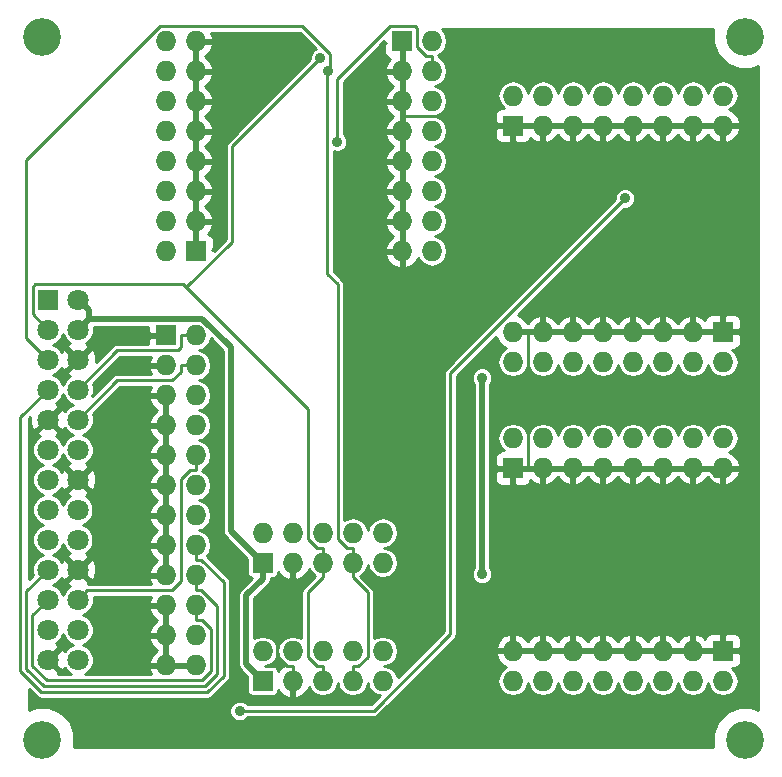
<source format=gbl>
%FSLAX34Y34*%
G04 Gerber Fmt 3.4, Leading zero omitted, Abs format*
G04 (created by PCBNEW (2014-04-07 BZR 4791)-product) date Tue 13 May 2014 05:09:50 PM CEST*
%MOIN*%
G01*
G70*
G90*
G04 APERTURE LIST*
%ADD10C,0.003937*%
%ADD11R,0.068000X0.068000*%
%ADD12O,0.068000X0.068000*%
%ADD13C,0.126000*%
%ADD14R,0.070866X0.070866*%
%ADD15C,0.070866*%
%ADD16C,0.035000*%
%ADD17C,0.010000*%
%ADD18C,0.020000*%
G04 APERTURE END LIST*
G54D10*
G54D11*
X36720Y-37751D03*
G54D12*
X35720Y-37751D03*
X36720Y-36751D03*
X35720Y-36751D03*
X36720Y-35751D03*
X35720Y-35751D03*
X36720Y-34751D03*
X35720Y-34751D03*
X36720Y-33751D03*
X35720Y-33751D03*
X36720Y-32751D03*
X35720Y-32751D03*
X36720Y-31751D03*
X35720Y-31751D03*
X36720Y-30751D03*
X35720Y-30751D03*
G54D11*
X43594Y-30751D03*
G54D12*
X44594Y-30751D03*
X43594Y-31751D03*
X44594Y-31751D03*
X43594Y-32751D03*
X44594Y-32751D03*
X43594Y-33751D03*
X44594Y-33751D03*
X43594Y-34751D03*
X44594Y-34751D03*
X43594Y-35751D03*
X44594Y-35751D03*
X43594Y-36751D03*
X44594Y-36751D03*
X43594Y-37751D03*
X44594Y-37751D03*
G54D11*
X47287Y-33570D03*
G54D12*
X47287Y-32570D03*
X48287Y-33570D03*
X48287Y-32570D03*
X49287Y-33570D03*
X49287Y-32570D03*
X50287Y-33570D03*
X50287Y-32570D03*
X51287Y-33570D03*
X51287Y-32570D03*
X52287Y-33570D03*
X52287Y-32570D03*
X53287Y-33570D03*
X53287Y-32570D03*
X54287Y-33570D03*
X54287Y-32570D03*
G54D11*
X54287Y-40444D03*
G54D12*
X54287Y-41444D03*
X53287Y-40444D03*
X53287Y-41444D03*
X52287Y-40444D03*
X52287Y-41444D03*
X51287Y-40444D03*
X51287Y-41444D03*
X50287Y-40444D03*
X50287Y-41444D03*
X49287Y-40444D03*
X49287Y-41444D03*
X48287Y-40444D03*
X48287Y-41444D03*
X47287Y-40444D03*
X47287Y-41444D03*
G54D11*
X35720Y-40562D03*
G54D12*
X36720Y-40562D03*
X35720Y-41562D03*
X36720Y-41562D03*
X35720Y-42562D03*
X36720Y-42562D03*
X35720Y-43562D03*
X36720Y-43562D03*
X35720Y-44562D03*
X36720Y-44562D03*
X35720Y-45562D03*
X36720Y-45562D03*
X35720Y-46562D03*
X36720Y-46562D03*
X35720Y-47562D03*
X36720Y-47562D03*
X35720Y-48562D03*
X36720Y-48562D03*
X35720Y-49562D03*
X36720Y-49562D03*
X35720Y-50562D03*
X36720Y-50562D03*
X35720Y-51562D03*
X36720Y-51562D03*
G54D13*
X31594Y-54035D03*
X55019Y-54035D03*
G54D11*
X38944Y-52074D03*
G54D12*
X38944Y-51074D03*
X39944Y-52074D03*
X39944Y-51074D03*
X40944Y-52074D03*
X40944Y-51074D03*
X41944Y-52074D03*
X41944Y-51074D03*
X42944Y-52074D03*
X42944Y-51074D03*
G54D13*
X31594Y-30610D03*
X55019Y-30610D03*
G54D14*
X31783Y-39370D03*
G54D15*
X32783Y-39370D03*
X31783Y-40370D03*
X32783Y-40370D03*
X31783Y-41370D03*
X32783Y-41370D03*
X31783Y-42370D03*
X32783Y-42370D03*
X31783Y-43370D03*
X32783Y-43370D03*
X31783Y-44370D03*
X32783Y-44370D03*
X31783Y-45370D03*
X32783Y-45370D03*
X31783Y-46370D03*
X32783Y-46370D03*
X31783Y-47370D03*
X32783Y-47370D03*
X31783Y-48370D03*
X32783Y-48370D03*
X31783Y-49370D03*
X32783Y-49370D03*
X31783Y-50370D03*
X32783Y-50370D03*
X31783Y-51370D03*
X32783Y-51370D03*
G54D11*
X38944Y-48137D03*
G54D12*
X38944Y-47137D03*
X39944Y-48137D03*
X39944Y-47137D03*
X40944Y-48137D03*
X40944Y-47137D03*
X41944Y-48137D03*
X41944Y-47137D03*
X42944Y-48137D03*
X42944Y-47137D03*
G54D11*
X47287Y-44988D03*
G54D12*
X47287Y-43988D03*
X48287Y-44988D03*
X48287Y-43988D03*
X49287Y-44988D03*
X49287Y-43988D03*
X50287Y-44988D03*
X50287Y-43988D03*
X51287Y-44988D03*
X51287Y-43988D03*
X52287Y-44988D03*
X52287Y-43988D03*
X53287Y-44988D03*
X53287Y-43988D03*
X54287Y-44988D03*
X54287Y-43988D03*
G54D11*
X54287Y-51074D03*
G54D12*
X54287Y-52074D03*
X53287Y-51074D03*
X53287Y-52074D03*
X52287Y-51074D03*
X52287Y-52074D03*
X51287Y-51074D03*
X51287Y-52074D03*
X50287Y-51074D03*
X50287Y-52074D03*
X49287Y-51074D03*
X49287Y-52074D03*
X48287Y-51074D03*
X48287Y-52074D03*
X47287Y-51074D03*
X47287Y-52074D03*
G54D16*
X45617Y-50421D03*
X41425Y-34108D03*
X40864Y-31322D03*
X41114Y-31745D03*
X46249Y-48518D03*
X46249Y-41971D03*
X38173Y-53076D03*
X51026Y-35995D03*
G54D17*
X53287Y-40444D02*
X52287Y-40444D01*
X53532Y-40444D02*
X53287Y-40444D01*
X53532Y-40444D02*
X53777Y-40444D01*
X49287Y-44988D02*
X48287Y-44988D01*
X50287Y-44988D02*
X49287Y-44988D01*
X47787Y-44988D02*
X47287Y-44988D01*
X48287Y-44988D02*
X47787Y-44988D01*
X47787Y-40444D02*
X47787Y-44988D01*
X47787Y-40444D02*
X48287Y-40444D01*
X47287Y-40444D02*
X47787Y-40444D01*
X47287Y-33570D02*
X46797Y-33570D01*
X43594Y-33251D02*
X46478Y-33251D01*
X46478Y-33251D02*
X46797Y-33570D01*
X43594Y-33251D02*
X43594Y-32751D01*
X43594Y-33751D02*
X43594Y-33251D01*
X48287Y-33570D02*
X47287Y-33570D01*
X49287Y-33570D02*
X48287Y-33570D01*
X47287Y-51074D02*
X46271Y-51074D01*
X46271Y-51074D02*
X45617Y-50421D01*
X47797Y-51074D02*
X47287Y-51074D01*
X43594Y-35751D02*
X43594Y-34751D01*
X39944Y-48137D02*
X39944Y-48627D01*
X39944Y-52074D02*
X39944Y-51584D01*
X39944Y-51584D02*
X39761Y-51584D01*
X39761Y-51584D02*
X39435Y-51258D01*
X39435Y-51258D02*
X39435Y-49137D01*
X39435Y-49137D02*
X39944Y-48627D01*
X48287Y-51074D02*
X47797Y-51074D01*
X35720Y-40562D02*
X33590Y-40562D01*
X33590Y-40562D02*
X32783Y-41370D01*
X54287Y-40444D02*
X53777Y-40444D01*
X54287Y-33570D02*
X53777Y-33570D01*
X53287Y-33570D02*
X53777Y-33570D01*
X51287Y-40444D02*
X50287Y-40444D01*
X52287Y-40444D02*
X51287Y-40444D01*
X48777Y-40444D02*
X48797Y-40444D01*
X48287Y-40444D02*
X48777Y-40444D01*
X35720Y-46562D02*
X35720Y-47053D01*
X35720Y-46562D02*
X35720Y-46053D01*
X35717Y-47562D02*
X35717Y-47056D01*
X35717Y-47056D02*
X35720Y-47053D01*
X35720Y-45562D02*
X35720Y-46053D01*
X36720Y-36751D02*
X36720Y-37751D01*
X36720Y-35751D02*
X36720Y-36751D01*
X36720Y-34751D02*
X36720Y-35751D01*
X36720Y-33751D02*
X36720Y-34751D01*
X36720Y-32751D02*
X36720Y-33751D01*
X36720Y-31751D02*
X36720Y-32751D01*
X36720Y-30751D02*
X36720Y-31751D01*
X43594Y-31751D02*
X43594Y-30751D01*
X43594Y-32751D02*
X43594Y-31751D01*
X43594Y-34751D02*
X43594Y-33751D01*
X43594Y-36751D02*
X43594Y-35751D01*
X43594Y-37751D02*
X43594Y-36751D01*
X50287Y-33570D02*
X49287Y-33570D01*
X51287Y-33570D02*
X50287Y-33570D01*
X52287Y-33570D02*
X51287Y-33570D01*
X53287Y-33570D02*
X52287Y-33570D01*
X49287Y-40444D02*
X50287Y-40444D01*
X49042Y-40444D02*
X49287Y-40444D01*
X49042Y-40444D02*
X48797Y-40444D01*
X51287Y-44988D02*
X50287Y-44988D01*
X52287Y-44988D02*
X51287Y-44988D01*
X53287Y-44988D02*
X53777Y-44988D01*
X54287Y-45233D02*
X54022Y-45233D01*
X54022Y-45233D02*
X53777Y-44988D01*
X54287Y-44988D02*
X54287Y-45233D01*
X53287Y-51074D02*
X54287Y-51074D01*
X51287Y-51074D02*
X52287Y-51074D01*
X50287Y-51074D02*
X51287Y-51074D01*
X49287Y-51074D02*
X50287Y-51074D01*
X48287Y-51074D02*
X49287Y-51074D01*
X35720Y-43562D02*
X35720Y-42562D01*
X35720Y-44562D02*
X35720Y-43562D01*
X35720Y-45562D02*
X35720Y-44562D01*
X35717Y-47562D02*
X35714Y-47562D01*
X35720Y-47562D02*
X35717Y-47562D01*
X35714Y-47562D02*
X35230Y-47562D01*
X35720Y-48562D02*
X35720Y-47569D01*
X35720Y-47569D02*
X35714Y-47562D01*
X35720Y-50562D02*
X35720Y-49562D01*
X35720Y-51562D02*
X35720Y-50562D01*
X36720Y-51562D02*
X35720Y-51562D01*
X33287Y-47562D02*
X33287Y-45874D01*
X33287Y-45874D02*
X32783Y-45370D01*
X32783Y-48370D02*
X33287Y-47865D01*
X33287Y-47865D02*
X33287Y-47562D01*
X33287Y-47562D02*
X35230Y-47562D01*
X44594Y-31261D02*
X44391Y-31261D01*
X44391Y-31261D02*
X44084Y-30955D01*
X44084Y-30955D02*
X44084Y-30328D01*
X44084Y-30328D02*
X44018Y-30261D01*
X44018Y-30261D02*
X43192Y-30261D01*
X43192Y-30261D02*
X41425Y-32028D01*
X41425Y-32028D02*
X41425Y-34108D01*
X44594Y-31751D02*
X44594Y-31261D01*
X36720Y-40562D02*
X36230Y-40562D01*
X32783Y-42370D02*
X34100Y-41053D01*
X34100Y-41053D02*
X36122Y-41053D01*
X36122Y-41053D02*
X36230Y-40945D01*
X36230Y-40945D02*
X36230Y-40562D01*
X36720Y-41562D02*
X36230Y-41562D01*
X32783Y-43370D02*
X34090Y-42062D01*
X34090Y-42062D02*
X35933Y-42062D01*
X35933Y-42062D02*
X36230Y-41766D01*
X36230Y-41766D02*
X36230Y-41562D01*
X36720Y-44562D02*
X36720Y-45053D01*
X32783Y-49370D02*
X33100Y-49053D01*
X33100Y-49053D02*
X35927Y-49053D01*
X35927Y-49053D02*
X36220Y-48760D01*
X36220Y-48760D02*
X36220Y-45350D01*
X36220Y-45350D02*
X36517Y-45053D01*
X36517Y-45053D02*
X36720Y-45053D01*
X36720Y-47562D02*
X36720Y-48053D01*
X36720Y-48053D02*
X36904Y-48053D01*
X36904Y-48053D02*
X37638Y-48787D01*
X37638Y-48787D02*
X37638Y-51927D01*
X37638Y-51927D02*
X37103Y-52462D01*
X37103Y-52462D02*
X31563Y-52462D01*
X31563Y-52462D02*
X30859Y-51759D01*
X30859Y-51759D02*
X30859Y-43293D01*
X30859Y-43293D02*
X31783Y-42370D01*
X36720Y-49053D02*
X36904Y-49053D01*
X36904Y-49053D02*
X37430Y-49579D01*
X37430Y-49579D02*
X37430Y-51837D01*
X37430Y-51837D02*
X37011Y-52255D01*
X37011Y-52255D02*
X31639Y-52255D01*
X31639Y-52255D02*
X31060Y-51676D01*
X31060Y-51676D02*
X31060Y-49093D01*
X31060Y-49093D02*
X31783Y-48370D01*
X36720Y-48562D02*
X36720Y-49053D01*
X36720Y-49562D02*
X36720Y-50053D01*
X31783Y-49370D02*
X31260Y-49893D01*
X31260Y-49893D02*
X31260Y-51568D01*
X31260Y-51568D02*
X31746Y-52055D01*
X31746Y-52055D02*
X36921Y-52055D01*
X36921Y-52055D02*
X37230Y-51746D01*
X37230Y-51746D02*
X37230Y-50359D01*
X37230Y-50359D02*
X36923Y-50053D01*
X36923Y-50053D02*
X36720Y-50053D01*
G54D18*
X33142Y-40011D02*
X32783Y-40370D01*
X32783Y-39370D02*
X33142Y-39728D01*
X33142Y-39728D02*
X33142Y-40011D01*
X33142Y-40011D02*
X36935Y-40011D01*
X36935Y-40011D02*
X37880Y-40956D01*
X37880Y-40956D02*
X37880Y-47073D01*
X37880Y-47073D02*
X38944Y-48137D01*
X38944Y-48137D02*
X38944Y-48677D01*
X38944Y-48677D02*
X38400Y-49221D01*
X38400Y-49221D02*
X38400Y-51530D01*
X38400Y-51530D02*
X38944Y-52074D01*
G54D17*
X36402Y-38965D02*
X40444Y-43007D01*
X40444Y-43007D02*
X40444Y-47350D01*
X40444Y-47350D02*
X40741Y-47647D01*
X40741Y-47647D02*
X40944Y-47647D01*
X31783Y-40370D02*
X31278Y-39865D01*
X31278Y-39865D02*
X31278Y-38946D01*
X31278Y-38946D02*
X31366Y-38859D01*
X31366Y-38859D02*
X36296Y-38859D01*
X36296Y-38859D02*
X36402Y-38965D01*
X40864Y-31322D02*
X37930Y-34255D01*
X37930Y-34255D02*
X37930Y-37438D01*
X37930Y-37438D02*
X36402Y-38965D01*
X40944Y-48137D02*
X40944Y-47647D01*
X40944Y-48137D02*
X40944Y-48627D01*
X40944Y-48627D02*
X40444Y-49127D01*
X40444Y-49127D02*
X40444Y-51287D01*
X40444Y-51287D02*
X40741Y-51584D01*
X40741Y-51584D02*
X40944Y-51584D01*
X40944Y-52074D02*
X40944Y-51584D01*
X41114Y-31745D02*
X41189Y-31670D01*
X41189Y-31670D02*
X41189Y-31187D01*
X41189Y-31187D02*
X40262Y-30260D01*
X40262Y-30260D02*
X35514Y-30260D01*
X35514Y-30260D02*
X31067Y-34708D01*
X31067Y-34708D02*
X31067Y-40653D01*
X31067Y-40653D02*
X31783Y-41370D01*
X41944Y-47647D02*
X41741Y-47647D01*
X41741Y-47647D02*
X41444Y-47350D01*
X41444Y-47350D02*
X41444Y-38860D01*
X41444Y-38860D02*
X41087Y-38503D01*
X41087Y-38503D02*
X41087Y-31772D01*
X41087Y-31772D02*
X41114Y-31745D01*
X41944Y-48137D02*
X41944Y-47647D01*
X41944Y-48137D02*
X41944Y-48627D01*
X41944Y-52074D02*
X41944Y-51584D01*
X41944Y-51584D02*
X42128Y-51584D01*
X42128Y-51584D02*
X42444Y-51268D01*
X42444Y-51268D02*
X42444Y-49127D01*
X42444Y-49127D02*
X41944Y-48627D01*
G54D18*
X46249Y-48518D02*
X46249Y-41971D01*
G54D17*
X51026Y-35995D02*
X45200Y-41821D01*
X45200Y-41821D02*
X45200Y-50515D01*
X45200Y-50515D02*
X42638Y-53076D01*
X42638Y-53076D02*
X38173Y-53076D01*
G54D10*
G36*
X32625Y-43870D02*
X32487Y-43926D01*
X32340Y-44073D01*
X32283Y-44211D01*
X32226Y-44074D01*
X32079Y-43927D01*
X32054Y-43916D01*
X32103Y-43896D01*
X32138Y-43795D01*
X31783Y-43440D01*
X31428Y-43795D01*
X31462Y-43896D01*
X31515Y-43915D01*
X31487Y-43926D01*
X31340Y-44073D01*
X31261Y-44265D01*
X31260Y-44473D01*
X31340Y-44665D01*
X31487Y-44812D01*
X31625Y-44870D01*
X31487Y-44926D01*
X31340Y-45073D01*
X31261Y-45265D01*
X31260Y-45473D01*
X31340Y-45665D01*
X31487Y-45812D01*
X31625Y-45870D01*
X31487Y-45926D01*
X31340Y-46073D01*
X31261Y-46265D01*
X31260Y-46473D01*
X31340Y-46665D01*
X31487Y-46812D01*
X31625Y-46870D01*
X31487Y-46926D01*
X31340Y-47073D01*
X31261Y-47265D01*
X31260Y-47473D01*
X31340Y-47665D01*
X31487Y-47812D01*
X31625Y-47870D01*
X31487Y-47926D01*
X31340Y-48073D01*
X31261Y-48265D01*
X31260Y-48473D01*
X31293Y-48551D01*
X31152Y-48692D01*
X31152Y-43309D01*
X31175Y-43286D01*
X31184Y-43515D01*
X31257Y-43690D01*
X31358Y-43724D01*
X31712Y-43370D01*
X31707Y-43364D01*
X31777Y-43293D01*
X31783Y-43299D01*
X32138Y-42944D01*
X32103Y-42843D01*
X32051Y-42824D01*
X32079Y-42813D01*
X32226Y-42666D01*
X32283Y-42528D01*
X32340Y-42665D01*
X32487Y-42812D01*
X32625Y-42870D01*
X32487Y-42926D01*
X32340Y-43073D01*
X32330Y-43099D01*
X32309Y-43049D01*
X32208Y-43015D01*
X31854Y-43370D01*
X32208Y-43724D01*
X32309Y-43690D01*
X32328Y-43638D01*
X32340Y-43665D01*
X32487Y-43812D01*
X32625Y-43870D01*
X32625Y-43870D01*
G37*
G54D17*
X32625Y-43870D02*
X32487Y-43926D01*
X32340Y-44073D01*
X32283Y-44211D01*
X32226Y-44074D01*
X32079Y-43927D01*
X32054Y-43916D01*
X32103Y-43896D01*
X32138Y-43795D01*
X31783Y-43440D01*
X31428Y-43795D01*
X31462Y-43896D01*
X31515Y-43915D01*
X31487Y-43926D01*
X31340Y-44073D01*
X31261Y-44265D01*
X31260Y-44473D01*
X31340Y-44665D01*
X31487Y-44812D01*
X31625Y-44870D01*
X31487Y-44926D01*
X31340Y-45073D01*
X31261Y-45265D01*
X31260Y-45473D01*
X31340Y-45665D01*
X31487Y-45812D01*
X31625Y-45870D01*
X31487Y-45926D01*
X31340Y-46073D01*
X31261Y-46265D01*
X31260Y-46473D01*
X31340Y-46665D01*
X31487Y-46812D01*
X31625Y-46870D01*
X31487Y-46926D01*
X31340Y-47073D01*
X31261Y-47265D01*
X31260Y-47473D01*
X31340Y-47665D01*
X31487Y-47812D01*
X31625Y-47870D01*
X31487Y-47926D01*
X31340Y-48073D01*
X31261Y-48265D01*
X31260Y-48473D01*
X31293Y-48551D01*
X31152Y-48692D01*
X31152Y-43309D01*
X31175Y-43286D01*
X31184Y-43515D01*
X31257Y-43690D01*
X31358Y-43724D01*
X31712Y-43370D01*
X31707Y-43364D01*
X31777Y-43293D01*
X31783Y-43299D01*
X32138Y-42944D01*
X32103Y-42843D01*
X32051Y-42824D01*
X32079Y-42813D01*
X32226Y-42666D01*
X32283Y-42528D01*
X32340Y-42665D01*
X32487Y-42812D01*
X32625Y-42870D01*
X32487Y-42926D01*
X32340Y-43073D01*
X32330Y-43099D01*
X32309Y-43049D01*
X32208Y-43015D01*
X31854Y-43370D01*
X32208Y-43724D01*
X32309Y-43690D01*
X32328Y-43638D01*
X32340Y-43665D01*
X32487Y-43812D01*
X32625Y-43870D01*
G54D10*
G36*
X32625Y-50870D02*
X32487Y-50926D01*
X32340Y-51073D01*
X32330Y-51099D01*
X32309Y-51049D01*
X32208Y-51015D01*
X31854Y-51370D01*
X32208Y-51724D01*
X32309Y-51690D01*
X32328Y-51638D01*
X32340Y-51665D01*
X32487Y-51812D01*
X32546Y-51837D01*
X32123Y-51837D01*
X32138Y-51795D01*
X31783Y-51440D01*
X31777Y-51446D01*
X31707Y-51375D01*
X31712Y-51370D01*
X31707Y-51364D01*
X31777Y-51293D01*
X31783Y-51299D01*
X32138Y-50944D01*
X32103Y-50843D01*
X32051Y-50824D01*
X32079Y-50813D01*
X32226Y-50666D01*
X32283Y-50528D01*
X32340Y-50665D01*
X32487Y-50812D01*
X32625Y-50870D01*
X32625Y-50870D01*
G37*
G54D17*
X32625Y-50870D02*
X32487Y-50926D01*
X32340Y-51073D01*
X32330Y-51099D01*
X32309Y-51049D01*
X32208Y-51015D01*
X31854Y-51370D01*
X32208Y-51724D01*
X32309Y-51690D01*
X32328Y-51638D01*
X32340Y-51665D01*
X32487Y-51812D01*
X32546Y-51837D01*
X32123Y-51837D01*
X32138Y-51795D01*
X31783Y-51440D01*
X31777Y-51446D01*
X31707Y-51375D01*
X31712Y-51370D01*
X31707Y-51364D01*
X31777Y-51293D01*
X31783Y-51299D01*
X32138Y-50944D01*
X32103Y-50843D01*
X32051Y-50824D01*
X32079Y-50813D01*
X32226Y-50666D01*
X32283Y-50528D01*
X32340Y-50665D01*
X32487Y-50812D01*
X32625Y-50870D01*
G54D10*
G36*
X35778Y-40612D02*
X35770Y-40612D01*
X35770Y-40620D01*
X35670Y-40620D01*
X35670Y-40612D01*
X35192Y-40612D01*
X35130Y-40675D01*
X35130Y-40835D01*
X34100Y-40835D01*
X34016Y-40851D01*
X33946Y-40898D01*
X33391Y-41453D01*
X33382Y-41224D01*
X33309Y-41049D01*
X33208Y-41015D01*
X32854Y-41370D01*
X32859Y-41375D01*
X32789Y-41446D01*
X32783Y-41440D01*
X32428Y-41795D01*
X32462Y-41896D01*
X32515Y-41915D01*
X32487Y-41926D01*
X32340Y-42073D01*
X32283Y-42211D01*
X32226Y-42074D01*
X32079Y-41927D01*
X31941Y-41870D01*
X32079Y-41813D01*
X32226Y-41666D01*
X32236Y-41640D01*
X32257Y-41690D01*
X32358Y-41724D01*
X32712Y-41370D01*
X32358Y-41015D01*
X32257Y-41049D01*
X32238Y-41102D01*
X32226Y-41074D01*
X32079Y-40927D01*
X31941Y-40870D01*
X32079Y-40813D01*
X32226Y-40666D01*
X32283Y-40528D01*
X32340Y-40665D01*
X32487Y-40812D01*
X32512Y-40823D01*
X32462Y-40843D01*
X32428Y-40944D01*
X32783Y-41299D01*
X33138Y-40944D01*
X33103Y-40843D01*
X33051Y-40824D01*
X33079Y-40813D01*
X33226Y-40666D01*
X33305Y-40474D01*
X33305Y-40279D01*
X35130Y-40279D01*
X35130Y-40450D01*
X35192Y-40512D01*
X35670Y-40512D01*
X35670Y-40505D01*
X35770Y-40505D01*
X35770Y-40512D01*
X35778Y-40512D01*
X35778Y-40612D01*
X35778Y-40612D01*
G37*
G54D17*
X35778Y-40612D02*
X35770Y-40612D01*
X35770Y-40620D01*
X35670Y-40620D01*
X35670Y-40612D01*
X35192Y-40612D01*
X35130Y-40675D01*
X35130Y-40835D01*
X34100Y-40835D01*
X34016Y-40851D01*
X33946Y-40898D01*
X33391Y-41453D01*
X33382Y-41224D01*
X33309Y-41049D01*
X33208Y-41015D01*
X32854Y-41370D01*
X32859Y-41375D01*
X32789Y-41446D01*
X32783Y-41440D01*
X32428Y-41795D01*
X32462Y-41896D01*
X32515Y-41915D01*
X32487Y-41926D01*
X32340Y-42073D01*
X32283Y-42211D01*
X32226Y-42074D01*
X32079Y-41927D01*
X31941Y-41870D01*
X32079Y-41813D01*
X32226Y-41666D01*
X32236Y-41640D01*
X32257Y-41690D01*
X32358Y-41724D01*
X32712Y-41370D01*
X32358Y-41015D01*
X32257Y-41049D01*
X32238Y-41102D01*
X32226Y-41074D01*
X32079Y-40927D01*
X31941Y-40870D01*
X32079Y-40813D01*
X32226Y-40666D01*
X32283Y-40528D01*
X32340Y-40665D01*
X32487Y-40812D01*
X32512Y-40823D01*
X32462Y-40843D01*
X32428Y-40944D01*
X32783Y-41299D01*
X33138Y-40944D01*
X33103Y-40843D01*
X33051Y-40824D01*
X33079Y-40813D01*
X33226Y-40666D01*
X33305Y-40474D01*
X33305Y-40279D01*
X35130Y-40279D01*
X35130Y-40450D01*
X35192Y-40512D01*
X35670Y-40512D01*
X35670Y-40505D01*
X35770Y-40505D01*
X35770Y-40512D01*
X35778Y-40512D01*
X35778Y-40612D01*
G54D10*
G36*
X35778Y-41612D02*
X35770Y-41612D01*
X35770Y-41620D01*
X35670Y-41620D01*
X35670Y-41612D01*
X35195Y-41612D01*
X35147Y-41704D01*
X35213Y-41844D01*
X34090Y-41844D01*
X34007Y-41861D01*
X33936Y-41908D01*
X33259Y-42585D01*
X33305Y-42474D01*
X33305Y-42266D01*
X33273Y-42188D01*
X34190Y-41271D01*
X35218Y-41271D01*
X35147Y-41421D01*
X35195Y-41512D01*
X35670Y-41512D01*
X35670Y-41505D01*
X35770Y-41505D01*
X35770Y-41512D01*
X35778Y-41512D01*
X35778Y-41612D01*
X35778Y-41612D01*
G37*
G54D17*
X35778Y-41612D02*
X35770Y-41612D01*
X35770Y-41620D01*
X35670Y-41620D01*
X35670Y-41612D01*
X35195Y-41612D01*
X35147Y-41704D01*
X35213Y-41844D01*
X34090Y-41844D01*
X34007Y-41861D01*
X33936Y-41908D01*
X33259Y-42585D01*
X33305Y-42474D01*
X33305Y-42266D01*
X33273Y-42188D01*
X34190Y-41271D01*
X35218Y-41271D01*
X35147Y-41421D01*
X35195Y-41512D01*
X35670Y-41512D01*
X35670Y-41505D01*
X35770Y-41505D01*
X35770Y-41512D01*
X35778Y-41512D01*
X35778Y-41612D01*
G54D10*
G36*
X35778Y-48612D02*
X35770Y-48612D01*
X35770Y-48620D01*
X35670Y-48620D01*
X35670Y-48612D01*
X35670Y-48512D01*
X35670Y-48088D01*
X35670Y-48037D01*
X35670Y-47612D01*
X35670Y-47512D01*
X35670Y-47088D01*
X35670Y-47037D01*
X35670Y-46612D01*
X35670Y-46512D01*
X35670Y-46088D01*
X35670Y-46037D01*
X35670Y-45612D01*
X35670Y-45512D01*
X35670Y-45088D01*
X35670Y-45037D01*
X35670Y-44612D01*
X35670Y-44512D01*
X35670Y-44088D01*
X35670Y-44037D01*
X35670Y-43612D01*
X35670Y-43512D01*
X35670Y-43088D01*
X35670Y-43037D01*
X35670Y-42612D01*
X35195Y-42612D01*
X35147Y-42704D01*
X35245Y-42912D01*
X35409Y-43062D01*
X35245Y-43213D01*
X35147Y-43421D01*
X35195Y-43512D01*
X35670Y-43512D01*
X35670Y-43612D01*
X35195Y-43612D01*
X35147Y-43704D01*
X35245Y-43912D01*
X35409Y-44062D01*
X35245Y-44213D01*
X35147Y-44421D01*
X35195Y-44512D01*
X35670Y-44512D01*
X35670Y-44612D01*
X35195Y-44612D01*
X35147Y-44704D01*
X35245Y-44912D01*
X35409Y-45062D01*
X35245Y-45213D01*
X35147Y-45421D01*
X35195Y-45512D01*
X35670Y-45512D01*
X35670Y-45612D01*
X35195Y-45612D01*
X35147Y-45704D01*
X35245Y-45912D01*
X35409Y-46062D01*
X35245Y-46213D01*
X35147Y-46421D01*
X35195Y-46512D01*
X35670Y-46512D01*
X35670Y-46612D01*
X35195Y-46612D01*
X35147Y-46704D01*
X35245Y-46912D01*
X35409Y-47062D01*
X35245Y-47213D01*
X35147Y-47421D01*
X35195Y-47512D01*
X35670Y-47512D01*
X35670Y-47612D01*
X35195Y-47612D01*
X35147Y-47704D01*
X35245Y-47912D01*
X35409Y-48062D01*
X35245Y-48213D01*
X35147Y-48421D01*
X35195Y-48512D01*
X35670Y-48512D01*
X35670Y-48612D01*
X35195Y-48612D01*
X35147Y-48704D01*
X35208Y-48835D01*
X33392Y-48835D01*
X33392Y-48464D01*
X33392Y-45464D01*
X33382Y-45224D01*
X33309Y-45049D01*
X33208Y-45015D01*
X32854Y-45370D01*
X33208Y-45724D01*
X33309Y-45690D01*
X33392Y-45464D01*
X33392Y-48464D01*
X33382Y-48224D01*
X33309Y-48049D01*
X33208Y-48015D01*
X32854Y-48370D01*
X33208Y-48724D01*
X33309Y-48690D01*
X33392Y-48464D01*
X33392Y-48835D01*
X33124Y-48835D01*
X33138Y-48795D01*
X32783Y-48440D01*
X32428Y-48795D01*
X32462Y-48896D01*
X32515Y-48915D01*
X32487Y-48926D01*
X32340Y-49073D01*
X32283Y-49211D01*
X32226Y-49074D01*
X32079Y-48927D01*
X31941Y-48870D01*
X32079Y-48813D01*
X32226Y-48666D01*
X32236Y-48640D01*
X32257Y-48690D01*
X32358Y-48724D01*
X32712Y-48370D01*
X32358Y-48015D01*
X32257Y-48049D01*
X32238Y-48102D01*
X32226Y-48074D01*
X32079Y-47927D01*
X31941Y-47870D01*
X32079Y-47813D01*
X32226Y-47666D01*
X32283Y-47528D01*
X32340Y-47665D01*
X32487Y-47812D01*
X32512Y-47823D01*
X32462Y-47843D01*
X32428Y-47944D01*
X32783Y-48299D01*
X33138Y-47944D01*
X33103Y-47843D01*
X33051Y-47824D01*
X33079Y-47813D01*
X33226Y-47666D01*
X33305Y-47474D01*
X33305Y-47266D01*
X33226Y-47074D01*
X33079Y-46927D01*
X32941Y-46870D01*
X33079Y-46813D01*
X33226Y-46666D01*
X33305Y-46474D01*
X33305Y-46266D01*
X33226Y-46074D01*
X33079Y-45927D01*
X33054Y-45916D01*
X33103Y-45896D01*
X33138Y-45795D01*
X32783Y-45440D01*
X32428Y-45795D01*
X32462Y-45896D01*
X32515Y-45915D01*
X32487Y-45926D01*
X32340Y-46073D01*
X32283Y-46211D01*
X32226Y-46074D01*
X32079Y-45927D01*
X31941Y-45870D01*
X32079Y-45813D01*
X32226Y-45666D01*
X32236Y-45640D01*
X32257Y-45690D01*
X32358Y-45724D01*
X32712Y-45370D01*
X32358Y-45015D01*
X32257Y-45049D01*
X32238Y-45102D01*
X32226Y-45074D01*
X32079Y-44927D01*
X31941Y-44870D01*
X32079Y-44813D01*
X32226Y-44666D01*
X32283Y-44528D01*
X32340Y-44665D01*
X32487Y-44812D01*
X32512Y-44823D01*
X32462Y-44843D01*
X32428Y-44944D01*
X32783Y-45299D01*
X33138Y-44944D01*
X33103Y-44843D01*
X33051Y-44824D01*
X33079Y-44813D01*
X33226Y-44666D01*
X33305Y-44474D01*
X33305Y-44266D01*
X33226Y-44074D01*
X33079Y-43927D01*
X32941Y-43870D01*
X33079Y-43813D01*
X33226Y-43666D01*
X33305Y-43474D01*
X33305Y-43266D01*
X33273Y-43188D01*
X34180Y-42281D01*
X35213Y-42281D01*
X35147Y-42421D01*
X35195Y-42512D01*
X35670Y-42512D01*
X35670Y-42505D01*
X35770Y-42505D01*
X35770Y-42512D01*
X35778Y-42512D01*
X35778Y-42612D01*
X35770Y-42612D01*
X35770Y-43037D01*
X35770Y-43088D01*
X35770Y-43512D01*
X35778Y-43512D01*
X35778Y-43612D01*
X35770Y-43612D01*
X35770Y-44037D01*
X35770Y-44088D01*
X35770Y-44512D01*
X35778Y-44512D01*
X35778Y-44612D01*
X35770Y-44612D01*
X35770Y-45037D01*
X35770Y-45088D01*
X35770Y-45512D01*
X35778Y-45512D01*
X35778Y-45612D01*
X35770Y-45612D01*
X35770Y-46037D01*
X35770Y-46088D01*
X35770Y-46512D01*
X35778Y-46512D01*
X35778Y-46612D01*
X35770Y-46612D01*
X35770Y-47037D01*
X35770Y-47088D01*
X35770Y-47512D01*
X35778Y-47512D01*
X35778Y-47612D01*
X35770Y-47612D01*
X35770Y-48037D01*
X35770Y-48088D01*
X35770Y-48512D01*
X35778Y-48512D01*
X35778Y-48612D01*
X35778Y-48612D01*
G37*
G54D17*
X35778Y-48612D02*
X35770Y-48612D01*
X35770Y-48620D01*
X35670Y-48620D01*
X35670Y-48612D01*
X35670Y-48512D01*
X35670Y-48088D01*
X35670Y-48037D01*
X35670Y-47612D01*
X35670Y-47512D01*
X35670Y-47088D01*
X35670Y-47037D01*
X35670Y-46612D01*
X35670Y-46512D01*
X35670Y-46088D01*
X35670Y-46037D01*
X35670Y-45612D01*
X35670Y-45512D01*
X35670Y-45088D01*
X35670Y-45037D01*
X35670Y-44612D01*
X35670Y-44512D01*
X35670Y-44088D01*
X35670Y-44037D01*
X35670Y-43612D01*
X35670Y-43512D01*
X35670Y-43088D01*
X35670Y-43037D01*
X35670Y-42612D01*
X35195Y-42612D01*
X35147Y-42704D01*
X35245Y-42912D01*
X35409Y-43062D01*
X35245Y-43213D01*
X35147Y-43421D01*
X35195Y-43512D01*
X35670Y-43512D01*
X35670Y-43612D01*
X35195Y-43612D01*
X35147Y-43704D01*
X35245Y-43912D01*
X35409Y-44062D01*
X35245Y-44213D01*
X35147Y-44421D01*
X35195Y-44512D01*
X35670Y-44512D01*
X35670Y-44612D01*
X35195Y-44612D01*
X35147Y-44704D01*
X35245Y-44912D01*
X35409Y-45062D01*
X35245Y-45213D01*
X35147Y-45421D01*
X35195Y-45512D01*
X35670Y-45512D01*
X35670Y-45612D01*
X35195Y-45612D01*
X35147Y-45704D01*
X35245Y-45912D01*
X35409Y-46062D01*
X35245Y-46213D01*
X35147Y-46421D01*
X35195Y-46512D01*
X35670Y-46512D01*
X35670Y-46612D01*
X35195Y-46612D01*
X35147Y-46704D01*
X35245Y-46912D01*
X35409Y-47062D01*
X35245Y-47213D01*
X35147Y-47421D01*
X35195Y-47512D01*
X35670Y-47512D01*
X35670Y-47612D01*
X35195Y-47612D01*
X35147Y-47704D01*
X35245Y-47912D01*
X35409Y-48062D01*
X35245Y-48213D01*
X35147Y-48421D01*
X35195Y-48512D01*
X35670Y-48512D01*
X35670Y-48612D01*
X35195Y-48612D01*
X35147Y-48704D01*
X35208Y-48835D01*
X33392Y-48835D01*
X33392Y-48464D01*
X33392Y-45464D01*
X33382Y-45224D01*
X33309Y-45049D01*
X33208Y-45015D01*
X32854Y-45370D01*
X33208Y-45724D01*
X33309Y-45690D01*
X33392Y-45464D01*
X33392Y-48464D01*
X33382Y-48224D01*
X33309Y-48049D01*
X33208Y-48015D01*
X32854Y-48370D01*
X33208Y-48724D01*
X33309Y-48690D01*
X33392Y-48464D01*
X33392Y-48835D01*
X33124Y-48835D01*
X33138Y-48795D01*
X32783Y-48440D01*
X32428Y-48795D01*
X32462Y-48896D01*
X32515Y-48915D01*
X32487Y-48926D01*
X32340Y-49073D01*
X32283Y-49211D01*
X32226Y-49074D01*
X32079Y-48927D01*
X31941Y-48870D01*
X32079Y-48813D01*
X32226Y-48666D01*
X32236Y-48640D01*
X32257Y-48690D01*
X32358Y-48724D01*
X32712Y-48370D01*
X32358Y-48015D01*
X32257Y-48049D01*
X32238Y-48102D01*
X32226Y-48074D01*
X32079Y-47927D01*
X31941Y-47870D01*
X32079Y-47813D01*
X32226Y-47666D01*
X32283Y-47528D01*
X32340Y-47665D01*
X32487Y-47812D01*
X32512Y-47823D01*
X32462Y-47843D01*
X32428Y-47944D01*
X32783Y-48299D01*
X33138Y-47944D01*
X33103Y-47843D01*
X33051Y-47824D01*
X33079Y-47813D01*
X33226Y-47666D01*
X33305Y-47474D01*
X33305Y-47266D01*
X33226Y-47074D01*
X33079Y-46927D01*
X32941Y-46870D01*
X33079Y-46813D01*
X33226Y-46666D01*
X33305Y-46474D01*
X33305Y-46266D01*
X33226Y-46074D01*
X33079Y-45927D01*
X33054Y-45916D01*
X33103Y-45896D01*
X33138Y-45795D01*
X32783Y-45440D01*
X32428Y-45795D01*
X32462Y-45896D01*
X32515Y-45915D01*
X32487Y-45926D01*
X32340Y-46073D01*
X32283Y-46211D01*
X32226Y-46074D01*
X32079Y-45927D01*
X31941Y-45870D01*
X32079Y-45813D01*
X32226Y-45666D01*
X32236Y-45640D01*
X32257Y-45690D01*
X32358Y-45724D01*
X32712Y-45370D01*
X32358Y-45015D01*
X32257Y-45049D01*
X32238Y-45102D01*
X32226Y-45074D01*
X32079Y-44927D01*
X31941Y-44870D01*
X32079Y-44813D01*
X32226Y-44666D01*
X32283Y-44528D01*
X32340Y-44665D01*
X32487Y-44812D01*
X32512Y-44823D01*
X32462Y-44843D01*
X32428Y-44944D01*
X32783Y-45299D01*
X33138Y-44944D01*
X33103Y-44843D01*
X33051Y-44824D01*
X33079Y-44813D01*
X33226Y-44666D01*
X33305Y-44474D01*
X33305Y-44266D01*
X33226Y-44074D01*
X33079Y-43927D01*
X32941Y-43870D01*
X33079Y-43813D01*
X33226Y-43666D01*
X33305Y-43474D01*
X33305Y-43266D01*
X33273Y-43188D01*
X34180Y-42281D01*
X35213Y-42281D01*
X35147Y-42421D01*
X35195Y-42512D01*
X35670Y-42512D01*
X35670Y-42505D01*
X35770Y-42505D01*
X35770Y-42512D01*
X35778Y-42512D01*
X35778Y-42612D01*
X35770Y-42612D01*
X35770Y-43037D01*
X35770Y-43088D01*
X35770Y-43512D01*
X35778Y-43512D01*
X35778Y-43612D01*
X35770Y-43612D01*
X35770Y-44037D01*
X35770Y-44088D01*
X35770Y-44512D01*
X35778Y-44512D01*
X35778Y-44612D01*
X35770Y-44612D01*
X35770Y-45037D01*
X35770Y-45088D01*
X35770Y-45512D01*
X35778Y-45512D01*
X35778Y-45612D01*
X35770Y-45612D01*
X35770Y-46037D01*
X35770Y-46088D01*
X35770Y-46512D01*
X35778Y-46512D01*
X35778Y-46612D01*
X35770Y-46612D01*
X35770Y-47037D01*
X35770Y-47088D01*
X35770Y-47512D01*
X35778Y-47512D01*
X35778Y-47612D01*
X35770Y-47612D01*
X35770Y-48037D01*
X35770Y-48088D01*
X35770Y-48512D01*
X35778Y-48512D01*
X35778Y-48612D01*
G54D10*
G36*
X36778Y-51612D02*
X36770Y-51612D01*
X36770Y-51620D01*
X36670Y-51620D01*
X36670Y-51612D01*
X36245Y-51612D01*
X36195Y-51612D01*
X35770Y-51612D01*
X35770Y-51620D01*
X35670Y-51620D01*
X35670Y-51612D01*
X35670Y-51512D01*
X35670Y-51088D01*
X35670Y-51037D01*
X35670Y-50612D01*
X35670Y-50512D01*
X35670Y-50088D01*
X35670Y-50037D01*
X35670Y-49612D01*
X35195Y-49612D01*
X35147Y-49704D01*
X35245Y-49912D01*
X35409Y-50062D01*
X35245Y-50213D01*
X35147Y-50421D01*
X35195Y-50512D01*
X35670Y-50512D01*
X35670Y-50612D01*
X35195Y-50612D01*
X35147Y-50704D01*
X35245Y-50912D01*
X35409Y-51062D01*
X35245Y-51213D01*
X35147Y-51421D01*
X35195Y-51512D01*
X35670Y-51512D01*
X35670Y-51612D01*
X35195Y-51612D01*
X35147Y-51704D01*
X35210Y-51837D01*
X33020Y-51837D01*
X33079Y-51813D01*
X33226Y-51666D01*
X33305Y-51474D01*
X33305Y-51266D01*
X33226Y-51074D01*
X33079Y-50927D01*
X32941Y-50870D01*
X33079Y-50813D01*
X33226Y-50666D01*
X33305Y-50474D01*
X33305Y-50266D01*
X33226Y-50074D01*
X33079Y-49927D01*
X32941Y-49870D01*
X33079Y-49813D01*
X33226Y-49666D01*
X33305Y-49474D01*
X33305Y-49271D01*
X35218Y-49271D01*
X35147Y-49421D01*
X35195Y-49512D01*
X35670Y-49512D01*
X35670Y-49505D01*
X35770Y-49505D01*
X35770Y-49512D01*
X35778Y-49512D01*
X35778Y-49612D01*
X35770Y-49612D01*
X35770Y-50037D01*
X35770Y-50088D01*
X35770Y-50512D01*
X35778Y-50512D01*
X35778Y-50612D01*
X35770Y-50612D01*
X35770Y-51037D01*
X35770Y-51088D01*
X35770Y-51512D01*
X36195Y-51512D01*
X36245Y-51512D01*
X36670Y-51512D01*
X36670Y-51505D01*
X36770Y-51505D01*
X36770Y-51512D01*
X36778Y-51512D01*
X36778Y-51612D01*
X36778Y-51612D01*
G37*
G54D17*
X36778Y-51612D02*
X36770Y-51612D01*
X36770Y-51620D01*
X36670Y-51620D01*
X36670Y-51612D01*
X36245Y-51612D01*
X36195Y-51612D01*
X35770Y-51612D01*
X35770Y-51620D01*
X35670Y-51620D01*
X35670Y-51612D01*
X35670Y-51512D01*
X35670Y-51088D01*
X35670Y-51037D01*
X35670Y-50612D01*
X35670Y-50512D01*
X35670Y-50088D01*
X35670Y-50037D01*
X35670Y-49612D01*
X35195Y-49612D01*
X35147Y-49704D01*
X35245Y-49912D01*
X35409Y-50062D01*
X35245Y-50213D01*
X35147Y-50421D01*
X35195Y-50512D01*
X35670Y-50512D01*
X35670Y-50612D01*
X35195Y-50612D01*
X35147Y-50704D01*
X35245Y-50912D01*
X35409Y-51062D01*
X35245Y-51213D01*
X35147Y-51421D01*
X35195Y-51512D01*
X35670Y-51512D01*
X35670Y-51612D01*
X35195Y-51612D01*
X35147Y-51704D01*
X35210Y-51837D01*
X33020Y-51837D01*
X33079Y-51813D01*
X33226Y-51666D01*
X33305Y-51474D01*
X33305Y-51266D01*
X33226Y-51074D01*
X33079Y-50927D01*
X32941Y-50870D01*
X33079Y-50813D01*
X33226Y-50666D01*
X33305Y-50474D01*
X33305Y-50266D01*
X33226Y-50074D01*
X33079Y-49927D01*
X32941Y-49870D01*
X33079Y-49813D01*
X33226Y-49666D01*
X33305Y-49474D01*
X33305Y-49271D01*
X35218Y-49271D01*
X35147Y-49421D01*
X35195Y-49512D01*
X35670Y-49512D01*
X35670Y-49505D01*
X35770Y-49505D01*
X35770Y-49512D01*
X35778Y-49512D01*
X35778Y-49612D01*
X35770Y-49612D01*
X35770Y-50037D01*
X35770Y-50088D01*
X35770Y-50512D01*
X35778Y-50512D01*
X35778Y-50612D01*
X35770Y-50612D01*
X35770Y-51037D01*
X35770Y-51088D01*
X35770Y-51512D01*
X36195Y-51512D01*
X36245Y-51512D01*
X36670Y-51512D01*
X36670Y-51505D01*
X36770Y-51505D01*
X36770Y-51512D01*
X36778Y-51512D01*
X36778Y-51612D01*
G54D10*
G36*
X39729Y-51536D02*
X39595Y-51599D01*
X39452Y-51755D01*
X39452Y-51701D01*
X39427Y-51639D01*
X39380Y-51592D01*
X39318Y-51566D01*
X39251Y-51566D01*
X39036Y-51566D01*
X39149Y-51544D01*
X39314Y-51434D01*
X39424Y-51269D01*
X39444Y-51165D01*
X39465Y-51269D01*
X39575Y-51434D01*
X39729Y-51536D01*
X39729Y-51536D01*
G37*
G54D17*
X39729Y-51536D02*
X39595Y-51599D01*
X39452Y-51755D01*
X39452Y-51701D01*
X39427Y-51639D01*
X39380Y-51592D01*
X39318Y-51566D01*
X39251Y-51566D01*
X39036Y-51566D01*
X39149Y-51544D01*
X39314Y-51434D01*
X39424Y-51269D01*
X39444Y-51165D01*
X39465Y-51269D01*
X39575Y-51434D01*
X39729Y-51536D01*
G54D10*
G36*
X40690Y-48573D02*
X40290Y-48973D01*
X40243Y-49044D01*
X40226Y-49127D01*
X40226Y-50657D01*
X40149Y-50605D01*
X39954Y-50566D01*
X39934Y-50566D01*
X39740Y-50605D01*
X39575Y-50715D01*
X39465Y-50880D01*
X39444Y-50983D01*
X39424Y-50880D01*
X39314Y-50715D01*
X39149Y-50605D01*
X38954Y-50566D01*
X38934Y-50566D01*
X38740Y-50605D01*
X38669Y-50653D01*
X38669Y-49332D01*
X39134Y-48867D01*
X39192Y-48780D01*
X39192Y-48780D01*
X39212Y-48677D01*
X39212Y-48645D01*
X39318Y-48645D01*
X39380Y-48620D01*
X39427Y-48573D01*
X39452Y-48511D01*
X39452Y-48457D01*
X39595Y-48612D01*
X39803Y-48710D01*
X39894Y-48663D01*
X39894Y-48187D01*
X39887Y-48187D01*
X39887Y-48087D01*
X39894Y-48087D01*
X39894Y-48079D01*
X39994Y-48079D01*
X39994Y-48087D01*
X40002Y-48087D01*
X40002Y-48187D01*
X39994Y-48187D01*
X39994Y-48663D01*
X40086Y-48710D01*
X40294Y-48612D01*
X40449Y-48442D01*
X40484Y-48360D01*
X40575Y-48497D01*
X40690Y-48573D01*
X40690Y-48573D01*
G37*
G54D17*
X40690Y-48573D02*
X40290Y-48973D01*
X40243Y-49044D01*
X40226Y-49127D01*
X40226Y-50657D01*
X40149Y-50605D01*
X39954Y-50566D01*
X39934Y-50566D01*
X39740Y-50605D01*
X39575Y-50715D01*
X39465Y-50880D01*
X39444Y-50983D01*
X39424Y-50880D01*
X39314Y-50715D01*
X39149Y-50605D01*
X38954Y-50566D01*
X38934Y-50566D01*
X38740Y-50605D01*
X38669Y-50653D01*
X38669Y-49332D01*
X39134Y-48867D01*
X39192Y-48780D01*
X39192Y-48780D01*
X39212Y-48677D01*
X39212Y-48645D01*
X39318Y-48645D01*
X39380Y-48620D01*
X39427Y-48573D01*
X39452Y-48511D01*
X39452Y-48457D01*
X39595Y-48612D01*
X39803Y-48710D01*
X39894Y-48663D01*
X39894Y-48187D01*
X39887Y-48187D01*
X39887Y-48087D01*
X39894Y-48087D01*
X39894Y-48079D01*
X39994Y-48079D01*
X39994Y-48087D01*
X40002Y-48087D01*
X40002Y-48187D01*
X39994Y-48187D01*
X39994Y-48663D01*
X40086Y-48710D01*
X40294Y-48612D01*
X40449Y-48442D01*
X40484Y-48360D01*
X40575Y-48497D01*
X40690Y-48573D01*
G54D10*
G36*
X40708Y-31015D02*
X40670Y-31031D01*
X40573Y-31127D01*
X40521Y-31253D01*
X40521Y-31356D01*
X37776Y-34101D01*
X37729Y-34172D01*
X37712Y-34255D01*
X37712Y-37347D01*
X37310Y-37749D01*
X37310Y-37701D01*
X37247Y-37701D01*
X37310Y-37639D01*
X37310Y-37362D01*
X37272Y-37270D01*
X37202Y-37200D01*
X37123Y-37167D01*
X37195Y-37101D01*
X37293Y-36893D01*
X37293Y-36610D01*
X37195Y-36402D01*
X37031Y-36251D01*
X37195Y-36101D01*
X37293Y-35893D01*
X37293Y-35610D01*
X37195Y-35402D01*
X37031Y-35251D01*
X37195Y-35101D01*
X37293Y-34893D01*
X37293Y-34610D01*
X37195Y-34402D01*
X37031Y-34251D01*
X37195Y-34101D01*
X37293Y-33893D01*
X37293Y-33610D01*
X37195Y-33402D01*
X37031Y-33251D01*
X37195Y-33101D01*
X37293Y-32893D01*
X37293Y-32610D01*
X37195Y-32402D01*
X37031Y-32251D01*
X37195Y-32101D01*
X37293Y-31893D01*
X37293Y-31610D01*
X37195Y-31402D01*
X37031Y-31251D01*
X37195Y-31101D01*
X37293Y-30893D01*
X37245Y-30801D01*
X36770Y-30801D01*
X36770Y-31226D01*
X36770Y-31277D01*
X36770Y-31701D01*
X37245Y-31701D01*
X37293Y-31610D01*
X37293Y-31893D01*
X37245Y-31801D01*
X36770Y-31801D01*
X36770Y-32226D01*
X36770Y-32277D01*
X36770Y-32701D01*
X37245Y-32701D01*
X37293Y-32610D01*
X37293Y-32893D01*
X37245Y-32801D01*
X36770Y-32801D01*
X36770Y-33226D01*
X36770Y-33277D01*
X36770Y-33701D01*
X37245Y-33701D01*
X37293Y-33610D01*
X37293Y-33893D01*
X37245Y-33801D01*
X36770Y-33801D01*
X36770Y-34226D01*
X36770Y-34277D01*
X36770Y-34701D01*
X37245Y-34701D01*
X37293Y-34610D01*
X37293Y-34893D01*
X37245Y-34801D01*
X36770Y-34801D01*
X36770Y-35226D01*
X36770Y-35277D01*
X36770Y-35701D01*
X37245Y-35701D01*
X37293Y-35610D01*
X37293Y-35893D01*
X37245Y-35801D01*
X36770Y-35801D01*
X36770Y-36226D01*
X36770Y-36277D01*
X36770Y-36701D01*
X37245Y-36701D01*
X37293Y-36610D01*
X37293Y-36893D01*
X37245Y-36801D01*
X36770Y-36801D01*
X36770Y-37224D01*
X36770Y-37277D01*
X36770Y-37701D01*
X36778Y-37701D01*
X36778Y-37801D01*
X36770Y-37801D01*
X36770Y-37809D01*
X36670Y-37809D01*
X36670Y-37801D01*
X36662Y-37801D01*
X36662Y-37701D01*
X36670Y-37701D01*
X36670Y-37277D01*
X36670Y-37224D01*
X36670Y-36801D01*
X36662Y-36801D01*
X36662Y-36701D01*
X36670Y-36701D01*
X36670Y-36277D01*
X36670Y-36226D01*
X36670Y-35801D01*
X36662Y-35801D01*
X36662Y-35701D01*
X36670Y-35701D01*
X36670Y-35277D01*
X36670Y-35226D01*
X36670Y-34801D01*
X36662Y-34801D01*
X36662Y-34701D01*
X36670Y-34701D01*
X36670Y-34277D01*
X36670Y-34226D01*
X36670Y-33801D01*
X36662Y-33801D01*
X36662Y-33701D01*
X36670Y-33701D01*
X36670Y-33277D01*
X36670Y-33226D01*
X36670Y-32801D01*
X36662Y-32801D01*
X36662Y-32701D01*
X36670Y-32701D01*
X36670Y-32277D01*
X36670Y-32226D01*
X36670Y-31801D01*
X36662Y-31801D01*
X36662Y-31701D01*
X36670Y-31701D01*
X36670Y-31277D01*
X36670Y-31226D01*
X36670Y-30801D01*
X36662Y-30801D01*
X36662Y-30701D01*
X36670Y-30701D01*
X36670Y-30694D01*
X36770Y-30694D01*
X36770Y-30701D01*
X37245Y-30701D01*
X37293Y-30610D01*
X37231Y-30478D01*
X40172Y-30478D01*
X40708Y-31015D01*
X40708Y-31015D01*
G37*
G54D17*
X40708Y-31015D02*
X40670Y-31031D01*
X40573Y-31127D01*
X40521Y-31253D01*
X40521Y-31356D01*
X37776Y-34101D01*
X37729Y-34172D01*
X37712Y-34255D01*
X37712Y-37347D01*
X37310Y-37749D01*
X37310Y-37701D01*
X37247Y-37701D01*
X37310Y-37639D01*
X37310Y-37362D01*
X37272Y-37270D01*
X37202Y-37200D01*
X37123Y-37167D01*
X37195Y-37101D01*
X37293Y-36893D01*
X37293Y-36610D01*
X37195Y-36402D01*
X37031Y-36251D01*
X37195Y-36101D01*
X37293Y-35893D01*
X37293Y-35610D01*
X37195Y-35402D01*
X37031Y-35251D01*
X37195Y-35101D01*
X37293Y-34893D01*
X37293Y-34610D01*
X37195Y-34402D01*
X37031Y-34251D01*
X37195Y-34101D01*
X37293Y-33893D01*
X37293Y-33610D01*
X37195Y-33402D01*
X37031Y-33251D01*
X37195Y-33101D01*
X37293Y-32893D01*
X37293Y-32610D01*
X37195Y-32402D01*
X37031Y-32251D01*
X37195Y-32101D01*
X37293Y-31893D01*
X37293Y-31610D01*
X37195Y-31402D01*
X37031Y-31251D01*
X37195Y-31101D01*
X37293Y-30893D01*
X37245Y-30801D01*
X36770Y-30801D01*
X36770Y-31226D01*
X36770Y-31277D01*
X36770Y-31701D01*
X37245Y-31701D01*
X37293Y-31610D01*
X37293Y-31893D01*
X37245Y-31801D01*
X36770Y-31801D01*
X36770Y-32226D01*
X36770Y-32277D01*
X36770Y-32701D01*
X37245Y-32701D01*
X37293Y-32610D01*
X37293Y-32893D01*
X37245Y-32801D01*
X36770Y-32801D01*
X36770Y-33226D01*
X36770Y-33277D01*
X36770Y-33701D01*
X37245Y-33701D01*
X37293Y-33610D01*
X37293Y-33893D01*
X37245Y-33801D01*
X36770Y-33801D01*
X36770Y-34226D01*
X36770Y-34277D01*
X36770Y-34701D01*
X37245Y-34701D01*
X37293Y-34610D01*
X37293Y-34893D01*
X37245Y-34801D01*
X36770Y-34801D01*
X36770Y-35226D01*
X36770Y-35277D01*
X36770Y-35701D01*
X37245Y-35701D01*
X37293Y-35610D01*
X37293Y-35893D01*
X37245Y-35801D01*
X36770Y-35801D01*
X36770Y-36226D01*
X36770Y-36277D01*
X36770Y-36701D01*
X37245Y-36701D01*
X37293Y-36610D01*
X37293Y-36893D01*
X37245Y-36801D01*
X36770Y-36801D01*
X36770Y-37224D01*
X36770Y-37277D01*
X36770Y-37701D01*
X36778Y-37701D01*
X36778Y-37801D01*
X36770Y-37801D01*
X36770Y-37809D01*
X36670Y-37809D01*
X36670Y-37801D01*
X36662Y-37801D01*
X36662Y-37701D01*
X36670Y-37701D01*
X36670Y-37277D01*
X36670Y-37224D01*
X36670Y-36801D01*
X36662Y-36801D01*
X36662Y-36701D01*
X36670Y-36701D01*
X36670Y-36277D01*
X36670Y-36226D01*
X36670Y-35801D01*
X36662Y-35801D01*
X36662Y-35701D01*
X36670Y-35701D01*
X36670Y-35277D01*
X36670Y-35226D01*
X36670Y-34801D01*
X36662Y-34801D01*
X36662Y-34701D01*
X36670Y-34701D01*
X36670Y-34277D01*
X36670Y-34226D01*
X36670Y-33801D01*
X36662Y-33801D01*
X36662Y-33701D01*
X36670Y-33701D01*
X36670Y-33277D01*
X36670Y-33226D01*
X36670Y-32801D01*
X36662Y-32801D01*
X36662Y-32701D01*
X36670Y-32701D01*
X36670Y-32277D01*
X36670Y-32226D01*
X36670Y-31801D01*
X36662Y-31801D01*
X36662Y-31701D01*
X36670Y-31701D01*
X36670Y-31277D01*
X36670Y-31226D01*
X36670Y-30801D01*
X36662Y-30801D01*
X36662Y-30701D01*
X36670Y-30701D01*
X36670Y-30694D01*
X36770Y-30694D01*
X36770Y-30701D01*
X37245Y-30701D01*
X37293Y-30610D01*
X37231Y-30478D01*
X40172Y-30478D01*
X40708Y-31015D01*
G54D10*
G36*
X55461Y-53056D02*
X55234Y-52961D01*
X54877Y-52961D01*
X54877Y-51464D01*
X54877Y-51365D01*
X54877Y-51187D01*
X54877Y-50962D01*
X54877Y-50784D01*
X54877Y-50685D01*
X54860Y-50643D01*
X54860Y-45129D01*
X54860Y-44846D01*
X54792Y-44683D01*
X54637Y-44513D01*
X54502Y-44450D01*
X54656Y-44347D01*
X54766Y-44182D01*
X54805Y-43988D01*
X54766Y-43793D01*
X54656Y-43628D01*
X54491Y-43518D01*
X54297Y-43480D01*
X54277Y-43480D01*
X54083Y-43518D01*
X53918Y-43628D01*
X53808Y-43793D01*
X53787Y-43897D01*
X53766Y-43793D01*
X53656Y-43628D01*
X53491Y-43518D01*
X53297Y-43480D01*
X53277Y-43480D01*
X53083Y-43518D01*
X52918Y-43628D01*
X52808Y-43793D01*
X52787Y-43897D01*
X52766Y-43793D01*
X52656Y-43628D01*
X52491Y-43518D01*
X52297Y-43480D01*
X52277Y-43480D01*
X52083Y-43518D01*
X51918Y-43628D01*
X51808Y-43793D01*
X51787Y-43897D01*
X51766Y-43793D01*
X51656Y-43628D01*
X51491Y-43518D01*
X51297Y-43480D01*
X51277Y-43480D01*
X51083Y-43518D01*
X50918Y-43628D01*
X50808Y-43793D01*
X50787Y-43897D01*
X50766Y-43793D01*
X50656Y-43628D01*
X50491Y-43518D01*
X50297Y-43480D01*
X50277Y-43480D01*
X50083Y-43518D01*
X49918Y-43628D01*
X49808Y-43793D01*
X49787Y-43897D01*
X49766Y-43793D01*
X49656Y-43628D01*
X49491Y-43518D01*
X49297Y-43480D01*
X49277Y-43480D01*
X49083Y-43518D01*
X48918Y-43628D01*
X48808Y-43793D01*
X48787Y-43897D01*
X48766Y-43793D01*
X48656Y-43628D01*
X48491Y-43518D01*
X48297Y-43480D01*
X48277Y-43480D01*
X48083Y-43518D01*
X47918Y-43628D01*
X47808Y-43793D01*
X47787Y-43897D01*
X47766Y-43793D01*
X47656Y-43628D01*
X47491Y-43518D01*
X47297Y-43480D01*
X47277Y-43480D01*
X47083Y-43518D01*
X46918Y-43628D01*
X46808Y-43793D01*
X46769Y-43988D01*
X46808Y-44182D01*
X46918Y-44347D01*
X46994Y-44398D01*
X46897Y-44398D01*
X46805Y-44436D01*
X46735Y-44506D01*
X46697Y-44598D01*
X46697Y-44697D01*
X46697Y-44875D01*
X46759Y-44938D01*
X47237Y-44938D01*
X47237Y-44930D01*
X47337Y-44930D01*
X47337Y-44938D01*
X47762Y-44938D01*
X47814Y-44938D01*
X48237Y-44938D01*
X48237Y-44930D01*
X48337Y-44930D01*
X48337Y-44938D01*
X48762Y-44938D01*
X48812Y-44938D01*
X49237Y-44938D01*
X49237Y-44930D01*
X49337Y-44930D01*
X49337Y-44938D01*
X49762Y-44938D01*
X49812Y-44938D01*
X50237Y-44938D01*
X50237Y-44930D01*
X50337Y-44930D01*
X50337Y-44938D01*
X50762Y-44938D01*
X50812Y-44938D01*
X51237Y-44938D01*
X51237Y-44930D01*
X51337Y-44930D01*
X51337Y-44938D01*
X51762Y-44938D01*
X51812Y-44938D01*
X52237Y-44938D01*
X52237Y-44930D01*
X52337Y-44930D01*
X52337Y-44938D01*
X52762Y-44938D01*
X52812Y-44938D01*
X53237Y-44938D01*
X53237Y-44930D01*
X53337Y-44930D01*
X53337Y-44938D01*
X53762Y-44938D01*
X53812Y-44938D01*
X54237Y-44938D01*
X54237Y-44930D01*
X54337Y-44930D01*
X54337Y-44938D01*
X54812Y-44938D01*
X54860Y-44846D01*
X54860Y-45129D01*
X54812Y-45038D01*
X54337Y-45038D01*
X54337Y-45513D01*
X54428Y-45561D01*
X54637Y-45463D01*
X54792Y-45293D01*
X54860Y-45129D01*
X54860Y-50643D01*
X54839Y-50593D01*
X54769Y-50522D01*
X54677Y-50484D01*
X54399Y-50484D01*
X54337Y-50547D01*
X54337Y-51024D01*
X54814Y-51024D01*
X54877Y-50962D01*
X54877Y-51187D01*
X54814Y-51124D01*
X54337Y-51124D01*
X54337Y-51132D01*
X54237Y-51132D01*
X54237Y-51124D01*
X54237Y-51024D01*
X54237Y-50547D01*
X54237Y-45513D01*
X54237Y-45038D01*
X53812Y-45038D01*
X53762Y-45038D01*
X53337Y-45038D01*
X53337Y-45513D01*
X53428Y-45561D01*
X53637Y-45463D01*
X53787Y-45298D01*
X53937Y-45463D01*
X54146Y-45561D01*
X54237Y-45513D01*
X54237Y-50547D01*
X54174Y-50484D01*
X53897Y-50484D01*
X53805Y-50522D01*
X53735Y-50593D01*
X53702Y-50671D01*
X53637Y-50599D01*
X53428Y-50501D01*
X53337Y-50549D01*
X53337Y-51024D01*
X53759Y-51024D01*
X53812Y-51024D01*
X54237Y-51024D01*
X54237Y-51124D01*
X53812Y-51124D01*
X53759Y-51124D01*
X53337Y-51124D01*
X53337Y-51132D01*
X53237Y-51132D01*
X53237Y-51124D01*
X53237Y-51024D01*
X53237Y-50549D01*
X53237Y-45513D01*
X53237Y-45038D01*
X52812Y-45038D01*
X52762Y-45038D01*
X52337Y-45038D01*
X52337Y-45513D01*
X52428Y-45561D01*
X52637Y-45463D01*
X52787Y-45298D01*
X52937Y-45463D01*
X53146Y-45561D01*
X53237Y-45513D01*
X53237Y-50549D01*
X53146Y-50501D01*
X52937Y-50599D01*
X52787Y-50764D01*
X52637Y-50599D01*
X52428Y-50501D01*
X52337Y-50549D01*
X52337Y-51024D01*
X52762Y-51024D01*
X52812Y-51024D01*
X53237Y-51024D01*
X53237Y-51124D01*
X52812Y-51124D01*
X52762Y-51124D01*
X52337Y-51124D01*
X52337Y-51132D01*
X52237Y-51132D01*
X52237Y-51124D01*
X52237Y-51024D01*
X52237Y-50549D01*
X52237Y-45513D01*
X52237Y-45038D01*
X51812Y-45038D01*
X51762Y-45038D01*
X51337Y-45038D01*
X51337Y-45513D01*
X51428Y-45561D01*
X51637Y-45463D01*
X51787Y-45298D01*
X51937Y-45463D01*
X52146Y-45561D01*
X52237Y-45513D01*
X52237Y-50549D01*
X52146Y-50501D01*
X51937Y-50599D01*
X51787Y-50764D01*
X51637Y-50599D01*
X51428Y-50501D01*
X51337Y-50549D01*
X51337Y-51024D01*
X51762Y-51024D01*
X51812Y-51024D01*
X52237Y-51024D01*
X52237Y-51124D01*
X51812Y-51124D01*
X51762Y-51124D01*
X51337Y-51124D01*
X51337Y-51132D01*
X51237Y-51132D01*
X51237Y-51124D01*
X51237Y-51024D01*
X51237Y-50549D01*
X51237Y-45513D01*
X51237Y-45038D01*
X50812Y-45038D01*
X50762Y-45038D01*
X50337Y-45038D01*
X50337Y-45513D01*
X50428Y-45561D01*
X50637Y-45463D01*
X50787Y-45298D01*
X50937Y-45463D01*
X51146Y-45561D01*
X51237Y-45513D01*
X51237Y-50549D01*
X51146Y-50501D01*
X50937Y-50599D01*
X50787Y-50764D01*
X50637Y-50599D01*
X50428Y-50501D01*
X50337Y-50549D01*
X50337Y-51024D01*
X50762Y-51024D01*
X50812Y-51024D01*
X51237Y-51024D01*
X51237Y-51124D01*
X50812Y-51124D01*
X50762Y-51124D01*
X50337Y-51124D01*
X50337Y-51132D01*
X50237Y-51132D01*
X50237Y-51124D01*
X50237Y-51024D01*
X50237Y-50549D01*
X50237Y-45513D01*
X50237Y-45038D01*
X49812Y-45038D01*
X49762Y-45038D01*
X49337Y-45038D01*
X49337Y-45513D01*
X49428Y-45561D01*
X49637Y-45463D01*
X49787Y-45298D01*
X49937Y-45463D01*
X50146Y-45561D01*
X50237Y-45513D01*
X50237Y-50549D01*
X50146Y-50501D01*
X49937Y-50599D01*
X49787Y-50764D01*
X49637Y-50599D01*
X49428Y-50501D01*
X49337Y-50549D01*
X49337Y-51024D01*
X49762Y-51024D01*
X49812Y-51024D01*
X50237Y-51024D01*
X50237Y-51124D01*
X49812Y-51124D01*
X49762Y-51124D01*
X49337Y-51124D01*
X49337Y-51132D01*
X49237Y-51132D01*
X49237Y-51124D01*
X49237Y-51024D01*
X49237Y-50549D01*
X49237Y-45513D01*
X49237Y-45038D01*
X48812Y-45038D01*
X48762Y-45038D01*
X48337Y-45038D01*
X48337Y-45513D01*
X48428Y-45561D01*
X48637Y-45463D01*
X48787Y-45298D01*
X48937Y-45463D01*
X49146Y-45561D01*
X49237Y-45513D01*
X49237Y-50549D01*
X49146Y-50501D01*
X48937Y-50599D01*
X48787Y-50764D01*
X48637Y-50599D01*
X48428Y-50501D01*
X48337Y-50549D01*
X48337Y-51024D01*
X48762Y-51024D01*
X48812Y-51024D01*
X49237Y-51024D01*
X49237Y-51124D01*
X48812Y-51124D01*
X48762Y-51124D01*
X48337Y-51124D01*
X48337Y-51132D01*
X48237Y-51132D01*
X48237Y-51124D01*
X48237Y-51024D01*
X48237Y-50549D01*
X48237Y-45513D01*
X48237Y-45038D01*
X47814Y-45038D01*
X47762Y-45038D01*
X47337Y-45038D01*
X47337Y-45515D01*
X47399Y-45578D01*
X47677Y-45578D01*
X47769Y-45540D01*
X47839Y-45469D01*
X47871Y-45391D01*
X47937Y-45463D01*
X48146Y-45561D01*
X48237Y-45513D01*
X48237Y-50549D01*
X48146Y-50501D01*
X47937Y-50599D01*
X47787Y-50764D01*
X47637Y-50599D01*
X47428Y-50501D01*
X47337Y-50549D01*
X47337Y-51024D01*
X47762Y-51024D01*
X47812Y-51024D01*
X48237Y-51024D01*
X48237Y-51124D01*
X47812Y-51124D01*
X47762Y-51124D01*
X47337Y-51124D01*
X47337Y-51132D01*
X47237Y-51132D01*
X47237Y-51124D01*
X47237Y-51024D01*
X47237Y-50549D01*
X47237Y-45515D01*
X47237Y-45038D01*
X46759Y-45038D01*
X46697Y-45100D01*
X46697Y-45278D01*
X46697Y-45377D01*
X46735Y-45469D01*
X46805Y-45540D01*
X46897Y-45578D01*
X47174Y-45578D01*
X47237Y-45515D01*
X47237Y-50549D01*
X47146Y-50501D01*
X46937Y-50599D01*
X46782Y-50769D01*
X46714Y-50933D01*
X46762Y-51024D01*
X47237Y-51024D01*
X47237Y-51124D01*
X46762Y-51124D01*
X46714Y-51216D01*
X46782Y-51379D01*
X46937Y-51549D01*
X47071Y-51612D01*
X46918Y-51715D01*
X46808Y-51880D01*
X46769Y-52074D01*
X46808Y-52269D01*
X46918Y-52434D01*
X47083Y-52544D01*
X47277Y-52582D01*
X47297Y-52582D01*
X47491Y-52544D01*
X47656Y-52434D01*
X47766Y-52269D01*
X47787Y-52165D01*
X47808Y-52269D01*
X47918Y-52434D01*
X48083Y-52544D01*
X48277Y-52582D01*
X48297Y-52582D01*
X48491Y-52544D01*
X48656Y-52434D01*
X48766Y-52269D01*
X48787Y-52165D01*
X48808Y-52269D01*
X48918Y-52434D01*
X49083Y-52544D01*
X49277Y-52582D01*
X49297Y-52582D01*
X49491Y-52544D01*
X49656Y-52434D01*
X49766Y-52269D01*
X49787Y-52165D01*
X49808Y-52269D01*
X49918Y-52434D01*
X50083Y-52544D01*
X50277Y-52582D01*
X50297Y-52582D01*
X50491Y-52544D01*
X50656Y-52434D01*
X50766Y-52269D01*
X50787Y-52165D01*
X50808Y-52269D01*
X50918Y-52434D01*
X51083Y-52544D01*
X51277Y-52582D01*
X51297Y-52582D01*
X51491Y-52544D01*
X51656Y-52434D01*
X51766Y-52269D01*
X51787Y-52165D01*
X51808Y-52269D01*
X51918Y-52434D01*
X52083Y-52544D01*
X52277Y-52582D01*
X52297Y-52582D01*
X52491Y-52544D01*
X52656Y-52434D01*
X52766Y-52269D01*
X52787Y-52165D01*
X52808Y-52269D01*
X52918Y-52434D01*
X53083Y-52544D01*
X53277Y-52582D01*
X53297Y-52582D01*
X53491Y-52544D01*
X53656Y-52434D01*
X53766Y-52269D01*
X53787Y-52165D01*
X53808Y-52269D01*
X53918Y-52434D01*
X54083Y-52544D01*
X54277Y-52582D01*
X54297Y-52582D01*
X54491Y-52544D01*
X54656Y-52434D01*
X54766Y-52269D01*
X54805Y-52074D01*
X54766Y-51880D01*
X54656Y-51715D01*
X54580Y-51664D01*
X54677Y-51664D01*
X54769Y-51626D01*
X54839Y-51556D01*
X54877Y-51464D01*
X54877Y-52961D01*
X54806Y-52961D01*
X54412Y-53124D01*
X54109Y-53426D01*
X53945Y-53820D01*
X53945Y-54248D01*
X53958Y-54280D01*
X46592Y-54280D01*
X46592Y-48450D01*
X46540Y-48324D01*
X46517Y-48301D01*
X46517Y-42188D01*
X46540Y-42166D01*
X46592Y-42040D01*
X46592Y-41903D01*
X46540Y-41777D01*
X46444Y-41681D01*
X46318Y-41628D01*
X46181Y-41628D01*
X46055Y-41680D01*
X45959Y-41777D01*
X45906Y-41903D01*
X45906Y-42039D01*
X45958Y-42165D01*
X45981Y-42188D01*
X45981Y-48301D01*
X45959Y-48324D01*
X45906Y-48450D01*
X45906Y-48586D01*
X45958Y-48713D01*
X46055Y-48809D01*
X46181Y-48861D01*
X46317Y-48862D01*
X46443Y-48809D01*
X46540Y-48713D01*
X46592Y-48587D01*
X46592Y-48450D01*
X46592Y-54280D01*
X32655Y-54280D01*
X32668Y-54250D01*
X32668Y-53822D01*
X32505Y-53427D01*
X32203Y-53125D01*
X31809Y-52961D01*
X31381Y-52961D01*
X31152Y-53056D01*
X31152Y-52360D01*
X31408Y-52617D01*
X31479Y-52664D01*
X31479Y-52664D01*
X31563Y-52680D01*
X37103Y-52680D01*
X37187Y-52664D01*
X37187Y-52664D01*
X37257Y-52617D01*
X37792Y-52082D01*
X37839Y-52011D01*
X37839Y-52011D01*
X37856Y-51927D01*
X37856Y-48787D01*
X37839Y-48703D01*
X37839Y-48703D01*
X37792Y-48632D01*
X37084Y-47924D01*
X37189Y-47767D01*
X37228Y-47572D01*
X37228Y-47553D01*
X37189Y-47358D01*
X37079Y-47193D01*
X36914Y-47083D01*
X36811Y-47062D01*
X36914Y-47042D01*
X37079Y-46932D01*
X37189Y-46767D01*
X37228Y-46572D01*
X37228Y-46553D01*
X37189Y-46358D01*
X37079Y-46193D01*
X36914Y-46083D01*
X36811Y-46062D01*
X36914Y-46042D01*
X37079Y-45932D01*
X37189Y-45767D01*
X37228Y-45572D01*
X37228Y-45553D01*
X37189Y-45358D01*
X37079Y-45193D01*
X36930Y-45093D01*
X36938Y-45053D01*
X36938Y-45026D01*
X37079Y-44932D01*
X37189Y-44767D01*
X37228Y-44572D01*
X37228Y-44553D01*
X37189Y-44358D01*
X37079Y-44193D01*
X36914Y-44083D01*
X36811Y-44062D01*
X36914Y-44042D01*
X37079Y-43932D01*
X37189Y-43767D01*
X37228Y-43572D01*
X37228Y-43553D01*
X37189Y-43358D01*
X37079Y-43193D01*
X36914Y-43083D01*
X36811Y-43062D01*
X36914Y-43042D01*
X37079Y-42932D01*
X37189Y-42767D01*
X37228Y-42572D01*
X37228Y-42553D01*
X37189Y-42358D01*
X37079Y-42193D01*
X36914Y-42083D01*
X36811Y-42062D01*
X36914Y-42042D01*
X37079Y-41932D01*
X37189Y-41767D01*
X37228Y-41572D01*
X37228Y-41553D01*
X37189Y-41358D01*
X37079Y-41193D01*
X36914Y-41083D01*
X36811Y-41062D01*
X36914Y-41042D01*
X37079Y-40932D01*
X37189Y-40767D01*
X37210Y-40665D01*
X37612Y-41067D01*
X37612Y-47073D01*
X37633Y-47176D01*
X37691Y-47263D01*
X38436Y-48008D01*
X38436Y-48511D01*
X38462Y-48573D01*
X38509Y-48620D01*
X38571Y-48645D01*
X38597Y-48645D01*
X38211Y-49032D01*
X38153Y-49119D01*
X38132Y-49221D01*
X38132Y-51530D01*
X38153Y-51633D01*
X38211Y-51720D01*
X38436Y-51945D01*
X38436Y-52448D01*
X38462Y-52510D01*
X38509Y-52557D01*
X38571Y-52582D01*
X38638Y-52582D01*
X39318Y-52582D01*
X39380Y-52557D01*
X39427Y-52510D01*
X39452Y-52448D01*
X39452Y-52394D01*
X39595Y-52549D01*
X39803Y-52647D01*
X39894Y-52600D01*
X39894Y-52124D01*
X39887Y-52124D01*
X39887Y-52024D01*
X39894Y-52024D01*
X39894Y-52016D01*
X39994Y-52016D01*
X39994Y-52024D01*
X40002Y-52024D01*
X40002Y-52124D01*
X39994Y-52124D01*
X39994Y-52600D01*
X40086Y-52647D01*
X40294Y-52549D01*
X40449Y-52379D01*
X40484Y-52297D01*
X40575Y-52434D01*
X40740Y-52544D01*
X40934Y-52582D01*
X40954Y-52582D01*
X41149Y-52544D01*
X41314Y-52434D01*
X41424Y-52269D01*
X41444Y-52165D01*
X41465Y-52269D01*
X41575Y-52434D01*
X41740Y-52544D01*
X41934Y-52582D01*
X41954Y-52582D01*
X42149Y-52544D01*
X42314Y-52434D01*
X42424Y-52269D01*
X42444Y-52165D01*
X42465Y-52269D01*
X42575Y-52434D01*
X42740Y-52544D01*
X42842Y-52564D01*
X42548Y-52858D01*
X38440Y-52858D01*
X38367Y-52786D01*
X38241Y-52733D01*
X38105Y-52733D01*
X37979Y-52785D01*
X37882Y-52882D01*
X37830Y-53008D01*
X37830Y-53144D01*
X37882Y-53270D01*
X37978Y-53367D01*
X38104Y-53419D01*
X38241Y-53419D01*
X38367Y-53367D01*
X38440Y-53294D01*
X42638Y-53294D01*
X42722Y-53278D01*
X42722Y-53278D01*
X42792Y-53230D01*
X45354Y-50669D01*
X45401Y-50598D01*
X45401Y-50598D01*
X45418Y-50515D01*
X45418Y-41911D01*
X46723Y-40606D01*
X46782Y-40749D01*
X46937Y-40920D01*
X47071Y-40982D01*
X46918Y-41085D01*
X46808Y-41250D01*
X46769Y-41444D01*
X46808Y-41639D01*
X46918Y-41804D01*
X47083Y-41914D01*
X47277Y-41952D01*
X47297Y-41952D01*
X47491Y-41914D01*
X47656Y-41804D01*
X47766Y-41639D01*
X47787Y-41535D01*
X47808Y-41639D01*
X47918Y-41804D01*
X48083Y-41914D01*
X48277Y-41952D01*
X48297Y-41952D01*
X48491Y-41914D01*
X48656Y-41804D01*
X48766Y-41639D01*
X48787Y-41535D01*
X48808Y-41639D01*
X48918Y-41804D01*
X49083Y-41914D01*
X49277Y-41952D01*
X49297Y-41952D01*
X49491Y-41914D01*
X49656Y-41804D01*
X49766Y-41639D01*
X49787Y-41535D01*
X49808Y-41639D01*
X49918Y-41804D01*
X50083Y-41914D01*
X50277Y-41952D01*
X50297Y-41952D01*
X50491Y-41914D01*
X50656Y-41804D01*
X50766Y-41639D01*
X50787Y-41535D01*
X50808Y-41639D01*
X50918Y-41804D01*
X51083Y-41914D01*
X51277Y-41952D01*
X51297Y-41952D01*
X51491Y-41914D01*
X51656Y-41804D01*
X51766Y-41639D01*
X51787Y-41535D01*
X51808Y-41639D01*
X51918Y-41804D01*
X52083Y-41914D01*
X52277Y-41952D01*
X52297Y-41952D01*
X52491Y-41914D01*
X52656Y-41804D01*
X52766Y-41639D01*
X52787Y-41535D01*
X52808Y-41639D01*
X52918Y-41804D01*
X53083Y-41914D01*
X53277Y-41952D01*
X53297Y-41952D01*
X53491Y-41914D01*
X53656Y-41804D01*
X53766Y-41639D01*
X53787Y-41535D01*
X53808Y-41639D01*
X53918Y-41804D01*
X54083Y-41914D01*
X54277Y-41952D01*
X54297Y-41952D01*
X54491Y-41914D01*
X54656Y-41804D01*
X54766Y-41639D01*
X54805Y-41444D01*
X54766Y-41250D01*
X54656Y-41085D01*
X54580Y-41034D01*
X54677Y-41034D01*
X54769Y-40996D01*
X54839Y-40926D01*
X54877Y-40834D01*
X54877Y-40735D01*
X54877Y-40557D01*
X54877Y-40332D01*
X54877Y-40154D01*
X54877Y-40055D01*
X54860Y-40013D01*
X54860Y-33712D01*
X54860Y-33429D01*
X54792Y-33265D01*
X54637Y-33095D01*
X54502Y-33032D01*
X54656Y-32930D01*
X54766Y-32765D01*
X54805Y-32570D01*
X54766Y-32376D01*
X54656Y-32211D01*
X54491Y-32101D01*
X54297Y-32062D01*
X54277Y-32062D01*
X54083Y-32101D01*
X53918Y-32211D01*
X53808Y-32376D01*
X53787Y-32480D01*
X53766Y-32376D01*
X53656Y-32211D01*
X53491Y-32101D01*
X53297Y-32062D01*
X53277Y-32062D01*
X53083Y-32101D01*
X52918Y-32211D01*
X52808Y-32376D01*
X52787Y-32480D01*
X52766Y-32376D01*
X52656Y-32211D01*
X52491Y-32101D01*
X52297Y-32062D01*
X52277Y-32062D01*
X52083Y-32101D01*
X51918Y-32211D01*
X51808Y-32376D01*
X51787Y-32480D01*
X51766Y-32376D01*
X51656Y-32211D01*
X51491Y-32101D01*
X51297Y-32062D01*
X51277Y-32062D01*
X51083Y-32101D01*
X50918Y-32211D01*
X50808Y-32376D01*
X50787Y-32480D01*
X50766Y-32376D01*
X50656Y-32211D01*
X50491Y-32101D01*
X50297Y-32062D01*
X50277Y-32062D01*
X50083Y-32101D01*
X49918Y-32211D01*
X49808Y-32376D01*
X49787Y-32480D01*
X49766Y-32376D01*
X49656Y-32211D01*
X49491Y-32101D01*
X49297Y-32062D01*
X49277Y-32062D01*
X49083Y-32101D01*
X48918Y-32211D01*
X48808Y-32376D01*
X48787Y-32480D01*
X48766Y-32376D01*
X48656Y-32211D01*
X48491Y-32101D01*
X48297Y-32062D01*
X48277Y-32062D01*
X48083Y-32101D01*
X47918Y-32211D01*
X47808Y-32376D01*
X47787Y-32480D01*
X47766Y-32376D01*
X47656Y-32211D01*
X47491Y-32101D01*
X47297Y-32062D01*
X47277Y-32062D01*
X47083Y-32101D01*
X46918Y-32211D01*
X46808Y-32376D01*
X46769Y-32570D01*
X46808Y-32765D01*
X46918Y-32930D01*
X46994Y-32980D01*
X46897Y-32980D01*
X46805Y-33018D01*
X46735Y-33089D01*
X46697Y-33181D01*
X46697Y-33280D01*
X46697Y-33458D01*
X46759Y-33520D01*
X47237Y-33520D01*
X47237Y-33512D01*
X47337Y-33512D01*
X47337Y-33520D01*
X47762Y-33520D01*
X47814Y-33520D01*
X48237Y-33520D01*
X48237Y-33512D01*
X48337Y-33512D01*
X48337Y-33520D01*
X48762Y-33520D01*
X48812Y-33520D01*
X49237Y-33520D01*
X49237Y-33512D01*
X49337Y-33512D01*
X49337Y-33520D01*
X49762Y-33520D01*
X49812Y-33520D01*
X50237Y-33520D01*
X50237Y-33512D01*
X50337Y-33512D01*
X50337Y-33520D01*
X50762Y-33520D01*
X50812Y-33520D01*
X51237Y-33520D01*
X51237Y-33512D01*
X51337Y-33512D01*
X51337Y-33520D01*
X51762Y-33520D01*
X51812Y-33520D01*
X52237Y-33520D01*
X52237Y-33512D01*
X52337Y-33512D01*
X52337Y-33520D01*
X52762Y-33520D01*
X52812Y-33520D01*
X53237Y-33520D01*
X53237Y-33512D01*
X53337Y-33512D01*
X53337Y-33520D01*
X53762Y-33520D01*
X53812Y-33520D01*
X54237Y-33520D01*
X54237Y-33512D01*
X54337Y-33512D01*
X54337Y-33520D01*
X54812Y-33520D01*
X54860Y-33429D01*
X54860Y-33712D01*
X54812Y-33620D01*
X54337Y-33620D01*
X54337Y-34096D01*
X54428Y-34143D01*
X54637Y-34045D01*
X54792Y-33875D01*
X54860Y-33712D01*
X54860Y-40013D01*
X54839Y-39963D01*
X54769Y-39892D01*
X54677Y-39854D01*
X54399Y-39854D01*
X54337Y-39917D01*
X54337Y-40394D01*
X54814Y-40394D01*
X54877Y-40332D01*
X54877Y-40557D01*
X54814Y-40494D01*
X54337Y-40494D01*
X54337Y-40502D01*
X54237Y-40502D01*
X54237Y-40494D01*
X54237Y-40394D01*
X54237Y-39917D01*
X54237Y-34096D01*
X54237Y-33620D01*
X53812Y-33620D01*
X53762Y-33620D01*
X53337Y-33620D01*
X53337Y-34096D01*
X53428Y-34143D01*
X53637Y-34045D01*
X53787Y-33881D01*
X53937Y-34045D01*
X54146Y-34143D01*
X54237Y-34096D01*
X54237Y-39917D01*
X54174Y-39854D01*
X53897Y-39854D01*
X53805Y-39892D01*
X53735Y-39963D01*
X53702Y-40041D01*
X53637Y-39969D01*
X53428Y-39872D01*
X53337Y-39919D01*
X53337Y-40394D01*
X53759Y-40394D01*
X53812Y-40394D01*
X54237Y-40394D01*
X54237Y-40494D01*
X53812Y-40494D01*
X53759Y-40494D01*
X53337Y-40494D01*
X53337Y-40502D01*
X53237Y-40502D01*
X53237Y-40494D01*
X53237Y-40394D01*
X53237Y-39919D01*
X53237Y-34096D01*
X53237Y-33620D01*
X52812Y-33620D01*
X52762Y-33620D01*
X52337Y-33620D01*
X52337Y-34096D01*
X52428Y-34143D01*
X52637Y-34045D01*
X52787Y-33881D01*
X52937Y-34045D01*
X53146Y-34143D01*
X53237Y-34096D01*
X53237Y-39919D01*
X53146Y-39872D01*
X52937Y-39969D01*
X52787Y-40134D01*
X52637Y-39969D01*
X52428Y-39872D01*
X52337Y-39919D01*
X52337Y-40394D01*
X52762Y-40394D01*
X52812Y-40394D01*
X53237Y-40394D01*
X53237Y-40494D01*
X52812Y-40494D01*
X52762Y-40494D01*
X52337Y-40494D01*
X52337Y-40502D01*
X52237Y-40502D01*
X52237Y-40494D01*
X52237Y-40394D01*
X52237Y-39919D01*
X52237Y-34096D01*
X52237Y-33620D01*
X51812Y-33620D01*
X51762Y-33620D01*
X51337Y-33620D01*
X51337Y-34096D01*
X51428Y-34143D01*
X51637Y-34045D01*
X51787Y-33881D01*
X51937Y-34045D01*
X52146Y-34143D01*
X52237Y-34096D01*
X52237Y-39919D01*
X52146Y-39872D01*
X51937Y-39969D01*
X51787Y-40134D01*
X51637Y-39969D01*
X51428Y-39872D01*
X51337Y-39919D01*
X51337Y-40394D01*
X51762Y-40394D01*
X51812Y-40394D01*
X52237Y-40394D01*
X52237Y-40494D01*
X51812Y-40494D01*
X51762Y-40494D01*
X51337Y-40494D01*
X51337Y-40502D01*
X51237Y-40502D01*
X51237Y-40494D01*
X51237Y-40394D01*
X51237Y-39919D01*
X51146Y-39872D01*
X50937Y-39969D01*
X50787Y-40134D01*
X50637Y-39969D01*
X50428Y-39872D01*
X50337Y-39919D01*
X50337Y-40394D01*
X50762Y-40394D01*
X50812Y-40394D01*
X51237Y-40394D01*
X51237Y-40494D01*
X50812Y-40494D01*
X50762Y-40494D01*
X50337Y-40494D01*
X50337Y-40502D01*
X50237Y-40502D01*
X50237Y-40494D01*
X50237Y-40394D01*
X50237Y-39919D01*
X50146Y-39872D01*
X49937Y-39969D01*
X49787Y-40134D01*
X49637Y-39969D01*
X49428Y-39872D01*
X49337Y-39919D01*
X49337Y-40394D01*
X49762Y-40394D01*
X49812Y-40394D01*
X50237Y-40394D01*
X50237Y-40494D01*
X49812Y-40494D01*
X49762Y-40494D01*
X49337Y-40494D01*
X49337Y-40502D01*
X49237Y-40502D01*
X49237Y-40494D01*
X49237Y-40394D01*
X49237Y-39919D01*
X49146Y-39872D01*
X48937Y-39969D01*
X48787Y-40134D01*
X48637Y-39969D01*
X48428Y-39872D01*
X48337Y-39919D01*
X48337Y-40394D01*
X48762Y-40394D01*
X48812Y-40394D01*
X49237Y-40394D01*
X49237Y-40494D01*
X48812Y-40494D01*
X48762Y-40494D01*
X48337Y-40494D01*
X48337Y-40502D01*
X48237Y-40502D01*
X48237Y-40494D01*
X47812Y-40494D01*
X47762Y-40494D01*
X47337Y-40494D01*
X47337Y-40502D01*
X47237Y-40502D01*
X47237Y-40494D01*
X47229Y-40494D01*
X47229Y-40394D01*
X47237Y-40394D01*
X47237Y-40387D01*
X47337Y-40387D01*
X47337Y-40394D01*
X47762Y-40394D01*
X47812Y-40394D01*
X48237Y-40394D01*
X48237Y-39919D01*
X48146Y-39872D01*
X47937Y-39969D01*
X47787Y-40134D01*
X47637Y-39969D01*
X47448Y-39881D01*
X50991Y-36338D01*
X51094Y-36338D01*
X51220Y-36286D01*
X51316Y-36190D01*
X51369Y-36064D01*
X51369Y-35927D01*
X51317Y-35801D01*
X51237Y-35721D01*
X51237Y-34096D01*
X51237Y-33620D01*
X50812Y-33620D01*
X50762Y-33620D01*
X50337Y-33620D01*
X50337Y-34096D01*
X50428Y-34143D01*
X50637Y-34045D01*
X50787Y-33881D01*
X50937Y-34045D01*
X51146Y-34143D01*
X51237Y-34096D01*
X51237Y-35721D01*
X51220Y-35704D01*
X51094Y-35652D01*
X50958Y-35652D01*
X50832Y-35704D01*
X50735Y-35800D01*
X50683Y-35927D01*
X50682Y-36030D01*
X50237Y-36475D01*
X50237Y-34096D01*
X50237Y-33620D01*
X49812Y-33620D01*
X49762Y-33620D01*
X49337Y-33620D01*
X49337Y-34096D01*
X49428Y-34143D01*
X49637Y-34045D01*
X49787Y-33881D01*
X49937Y-34045D01*
X50146Y-34143D01*
X50237Y-34096D01*
X50237Y-36475D01*
X49237Y-37475D01*
X49237Y-34096D01*
X49237Y-33620D01*
X48812Y-33620D01*
X48762Y-33620D01*
X48337Y-33620D01*
X48337Y-34096D01*
X48428Y-34143D01*
X48637Y-34045D01*
X48787Y-33881D01*
X48937Y-34045D01*
X49146Y-34143D01*
X49237Y-34096D01*
X49237Y-37475D01*
X48237Y-38475D01*
X48237Y-34096D01*
X48237Y-33620D01*
X47814Y-33620D01*
X47762Y-33620D01*
X47337Y-33620D01*
X47337Y-34098D01*
X47399Y-34160D01*
X47677Y-34160D01*
X47769Y-34122D01*
X47839Y-34052D01*
X47871Y-33973D01*
X47937Y-34045D01*
X48146Y-34143D01*
X48237Y-34096D01*
X48237Y-38475D01*
X47237Y-39475D01*
X47237Y-34098D01*
X47237Y-33620D01*
X46759Y-33620D01*
X46697Y-33683D01*
X46697Y-33861D01*
X46697Y-33960D01*
X46735Y-34052D01*
X46805Y-34122D01*
X46897Y-34160D01*
X47174Y-34160D01*
X47237Y-34098D01*
X47237Y-39475D01*
X45046Y-41667D01*
X44998Y-41737D01*
X44982Y-41821D01*
X44982Y-50424D01*
X43544Y-51862D01*
X43544Y-38277D01*
X43544Y-37801D01*
X43544Y-37701D01*
X43544Y-37277D01*
X43544Y-37226D01*
X43544Y-36801D01*
X43544Y-36701D01*
X43544Y-36277D01*
X43544Y-36226D01*
X43544Y-35801D01*
X43544Y-35701D01*
X43544Y-35277D01*
X43544Y-35226D01*
X43544Y-34801D01*
X43544Y-34701D01*
X43544Y-34277D01*
X43544Y-34226D01*
X43544Y-33801D01*
X43544Y-33701D01*
X43544Y-33277D01*
X43544Y-33226D01*
X43544Y-32801D01*
X43544Y-32701D01*
X43544Y-32277D01*
X43544Y-32226D01*
X43544Y-31801D01*
X43069Y-31801D01*
X43021Y-31893D01*
X43119Y-32101D01*
X43283Y-32251D01*
X43119Y-32402D01*
X43021Y-32610D01*
X43069Y-32701D01*
X43544Y-32701D01*
X43544Y-32801D01*
X43069Y-32801D01*
X43021Y-32893D01*
X43119Y-33101D01*
X43283Y-33251D01*
X43119Y-33402D01*
X43021Y-33610D01*
X43069Y-33701D01*
X43544Y-33701D01*
X43544Y-33801D01*
X43069Y-33801D01*
X43021Y-33893D01*
X43119Y-34101D01*
X43283Y-34251D01*
X43119Y-34402D01*
X43021Y-34610D01*
X43069Y-34701D01*
X43544Y-34701D01*
X43544Y-34801D01*
X43069Y-34801D01*
X43021Y-34893D01*
X43119Y-35101D01*
X43283Y-35251D01*
X43119Y-35402D01*
X43021Y-35610D01*
X43069Y-35701D01*
X43544Y-35701D01*
X43544Y-35801D01*
X43069Y-35801D01*
X43021Y-35893D01*
X43119Y-36101D01*
X43283Y-36251D01*
X43119Y-36402D01*
X43021Y-36610D01*
X43069Y-36701D01*
X43544Y-36701D01*
X43544Y-36801D01*
X43069Y-36801D01*
X43021Y-36893D01*
X43119Y-37101D01*
X43283Y-37251D01*
X43119Y-37402D01*
X43021Y-37610D01*
X43069Y-37701D01*
X43544Y-37701D01*
X43544Y-37801D01*
X43069Y-37801D01*
X43021Y-37893D01*
X43119Y-38101D01*
X43289Y-38256D01*
X43453Y-38324D01*
X43544Y-38277D01*
X43544Y-51862D01*
X43441Y-51965D01*
X43424Y-51880D01*
X43314Y-51715D01*
X43149Y-51605D01*
X42995Y-51574D01*
X43149Y-51544D01*
X43314Y-51434D01*
X43424Y-51269D01*
X43462Y-51074D01*
X43424Y-50880D01*
X43314Y-50715D01*
X43149Y-50605D01*
X42954Y-50566D01*
X42934Y-50566D01*
X42740Y-50605D01*
X42662Y-50657D01*
X42662Y-49127D01*
X42646Y-49044D01*
X42646Y-49044D01*
X42599Y-48973D01*
X42199Y-48573D01*
X42314Y-48497D01*
X42424Y-48332D01*
X42444Y-48228D01*
X42465Y-48332D01*
X42575Y-48497D01*
X42740Y-48607D01*
X42934Y-48645D01*
X42954Y-48645D01*
X43149Y-48607D01*
X43314Y-48497D01*
X43424Y-48332D01*
X43462Y-48137D01*
X43424Y-47943D01*
X43314Y-47778D01*
X43149Y-47668D01*
X42995Y-47637D01*
X43149Y-47607D01*
X43314Y-47497D01*
X43424Y-47332D01*
X43462Y-47137D01*
X43424Y-46943D01*
X43314Y-46778D01*
X43149Y-46668D01*
X42954Y-46629D01*
X42934Y-46629D01*
X42740Y-46668D01*
X42575Y-46778D01*
X42465Y-46943D01*
X42444Y-47046D01*
X42424Y-46943D01*
X42314Y-46778D01*
X42149Y-46668D01*
X41954Y-46629D01*
X41934Y-46629D01*
X41740Y-46668D01*
X41662Y-46720D01*
X41662Y-38860D01*
X41646Y-38777D01*
X41646Y-38777D01*
X41599Y-38706D01*
X41306Y-38413D01*
X41306Y-34430D01*
X41356Y-34451D01*
X41493Y-34451D01*
X41619Y-34399D01*
X41715Y-34302D01*
X41768Y-34176D01*
X41768Y-34040D01*
X41716Y-33914D01*
X41643Y-33841D01*
X41643Y-32119D01*
X43004Y-30758D01*
X43004Y-30801D01*
X43066Y-30801D01*
X43004Y-30864D01*
X43004Y-31141D01*
X43042Y-31233D01*
X43112Y-31303D01*
X43191Y-31336D01*
X43119Y-31402D01*
X43021Y-31610D01*
X43069Y-31701D01*
X43544Y-31701D01*
X43544Y-31279D01*
X43544Y-31226D01*
X43544Y-30801D01*
X43536Y-30801D01*
X43536Y-30701D01*
X43544Y-30701D01*
X43544Y-30694D01*
X43644Y-30694D01*
X43644Y-30701D01*
X43652Y-30701D01*
X43652Y-30801D01*
X43644Y-30801D01*
X43644Y-31226D01*
X43644Y-31279D01*
X43644Y-31701D01*
X43652Y-31701D01*
X43652Y-31801D01*
X43644Y-31801D01*
X43644Y-32226D01*
X43644Y-32277D01*
X43644Y-32701D01*
X43652Y-32701D01*
X43652Y-32801D01*
X43644Y-32801D01*
X43644Y-33226D01*
X43644Y-33277D01*
X43644Y-33701D01*
X43652Y-33701D01*
X43652Y-33801D01*
X43644Y-33801D01*
X43644Y-34226D01*
X43644Y-34277D01*
X43644Y-34701D01*
X43652Y-34701D01*
X43652Y-34801D01*
X43644Y-34801D01*
X43644Y-35226D01*
X43644Y-35277D01*
X43644Y-35701D01*
X43652Y-35701D01*
X43652Y-35801D01*
X43644Y-35801D01*
X43644Y-36226D01*
X43644Y-36277D01*
X43644Y-36701D01*
X43652Y-36701D01*
X43652Y-36801D01*
X43644Y-36801D01*
X43644Y-37226D01*
X43644Y-37277D01*
X43644Y-37701D01*
X43652Y-37701D01*
X43652Y-37801D01*
X43644Y-37801D01*
X43644Y-38277D01*
X43735Y-38324D01*
X43899Y-38256D01*
X44069Y-38101D01*
X44132Y-37967D01*
X44235Y-38121D01*
X44400Y-38231D01*
X44594Y-38270D01*
X44788Y-38231D01*
X44953Y-38121D01*
X45063Y-37956D01*
X45102Y-37761D01*
X45102Y-37742D01*
X45063Y-37547D01*
X44953Y-37382D01*
X44788Y-37272D01*
X44685Y-37251D01*
X44788Y-37231D01*
X44953Y-37121D01*
X45063Y-36956D01*
X45102Y-36761D01*
X45102Y-36742D01*
X45063Y-36547D01*
X44953Y-36382D01*
X44788Y-36272D01*
X44685Y-36251D01*
X44788Y-36231D01*
X44953Y-36121D01*
X45063Y-35956D01*
X45102Y-35761D01*
X45102Y-35742D01*
X45063Y-35547D01*
X44953Y-35382D01*
X44788Y-35272D01*
X44685Y-35251D01*
X44788Y-35231D01*
X44953Y-35121D01*
X45063Y-34956D01*
X45102Y-34761D01*
X45102Y-34742D01*
X45063Y-34547D01*
X44953Y-34382D01*
X44788Y-34272D01*
X44685Y-34251D01*
X44788Y-34231D01*
X44953Y-34121D01*
X45063Y-33956D01*
X45102Y-33761D01*
X45102Y-33742D01*
X45063Y-33547D01*
X44953Y-33382D01*
X44788Y-33272D01*
X44685Y-33251D01*
X44788Y-33231D01*
X44953Y-33121D01*
X45063Y-32956D01*
X45102Y-32761D01*
X45102Y-32742D01*
X45063Y-32547D01*
X44953Y-32382D01*
X44788Y-32272D01*
X44685Y-32251D01*
X44788Y-32231D01*
X44953Y-32121D01*
X45063Y-31956D01*
X45102Y-31761D01*
X45102Y-31742D01*
X45063Y-31547D01*
X44953Y-31382D01*
X44812Y-31288D01*
X44812Y-31261D01*
X44804Y-31220D01*
X44953Y-31121D01*
X45063Y-30956D01*
X45102Y-30761D01*
X45102Y-30742D01*
X45063Y-30547D01*
X44953Y-30382D01*
X44927Y-30364D01*
X53958Y-30364D01*
X53945Y-30395D01*
X53945Y-30822D01*
X54108Y-31217D01*
X54410Y-31520D01*
X54805Y-31684D01*
X55232Y-31684D01*
X55461Y-31589D01*
X55461Y-53056D01*
X55461Y-53056D01*
G37*
G54D17*
X55461Y-53056D02*
X55234Y-52961D01*
X54877Y-52961D01*
X54877Y-51464D01*
X54877Y-51365D01*
X54877Y-51187D01*
X54877Y-50962D01*
X54877Y-50784D01*
X54877Y-50685D01*
X54860Y-50643D01*
X54860Y-45129D01*
X54860Y-44846D01*
X54792Y-44683D01*
X54637Y-44513D01*
X54502Y-44450D01*
X54656Y-44347D01*
X54766Y-44182D01*
X54805Y-43988D01*
X54766Y-43793D01*
X54656Y-43628D01*
X54491Y-43518D01*
X54297Y-43480D01*
X54277Y-43480D01*
X54083Y-43518D01*
X53918Y-43628D01*
X53808Y-43793D01*
X53787Y-43897D01*
X53766Y-43793D01*
X53656Y-43628D01*
X53491Y-43518D01*
X53297Y-43480D01*
X53277Y-43480D01*
X53083Y-43518D01*
X52918Y-43628D01*
X52808Y-43793D01*
X52787Y-43897D01*
X52766Y-43793D01*
X52656Y-43628D01*
X52491Y-43518D01*
X52297Y-43480D01*
X52277Y-43480D01*
X52083Y-43518D01*
X51918Y-43628D01*
X51808Y-43793D01*
X51787Y-43897D01*
X51766Y-43793D01*
X51656Y-43628D01*
X51491Y-43518D01*
X51297Y-43480D01*
X51277Y-43480D01*
X51083Y-43518D01*
X50918Y-43628D01*
X50808Y-43793D01*
X50787Y-43897D01*
X50766Y-43793D01*
X50656Y-43628D01*
X50491Y-43518D01*
X50297Y-43480D01*
X50277Y-43480D01*
X50083Y-43518D01*
X49918Y-43628D01*
X49808Y-43793D01*
X49787Y-43897D01*
X49766Y-43793D01*
X49656Y-43628D01*
X49491Y-43518D01*
X49297Y-43480D01*
X49277Y-43480D01*
X49083Y-43518D01*
X48918Y-43628D01*
X48808Y-43793D01*
X48787Y-43897D01*
X48766Y-43793D01*
X48656Y-43628D01*
X48491Y-43518D01*
X48297Y-43480D01*
X48277Y-43480D01*
X48083Y-43518D01*
X47918Y-43628D01*
X47808Y-43793D01*
X47787Y-43897D01*
X47766Y-43793D01*
X47656Y-43628D01*
X47491Y-43518D01*
X47297Y-43480D01*
X47277Y-43480D01*
X47083Y-43518D01*
X46918Y-43628D01*
X46808Y-43793D01*
X46769Y-43988D01*
X46808Y-44182D01*
X46918Y-44347D01*
X46994Y-44398D01*
X46897Y-44398D01*
X46805Y-44436D01*
X46735Y-44506D01*
X46697Y-44598D01*
X46697Y-44697D01*
X46697Y-44875D01*
X46759Y-44938D01*
X47237Y-44938D01*
X47237Y-44930D01*
X47337Y-44930D01*
X47337Y-44938D01*
X47762Y-44938D01*
X47814Y-44938D01*
X48237Y-44938D01*
X48237Y-44930D01*
X48337Y-44930D01*
X48337Y-44938D01*
X48762Y-44938D01*
X48812Y-44938D01*
X49237Y-44938D01*
X49237Y-44930D01*
X49337Y-44930D01*
X49337Y-44938D01*
X49762Y-44938D01*
X49812Y-44938D01*
X50237Y-44938D01*
X50237Y-44930D01*
X50337Y-44930D01*
X50337Y-44938D01*
X50762Y-44938D01*
X50812Y-44938D01*
X51237Y-44938D01*
X51237Y-44930D01*
X51337Y-44930D01*
X51337Y-44938D01*
X51762Y-44938D01*
X51812Y-44938D01*
X52237Y-44938D01*
X52237Y-44930D01*
X52337Y-44930D01*
X52337Y-44938D01*
X52762Y-44938D01*
X52812Y-44938D01*
X53237Y-44938D01*
X53237Y-44930D01*
X53337Y-44930D01*
X53337Y-44938D01*
X53762Y-44938D01*
X53812Y-44938D01*
X54237Y-44938D01*
X54237Y-44930D01*
X54337Y-44930D01*
X54337Y-44938D01*
X54812Y-44938D01*
X54860Y-44846D01*
X54860Y-45129D01*
X54812Y-45038D01*
X54337Y-45038D01*
X54337Y-45513D01*
X54428Y-45561D01*
X54637Y-45463D01*
X54792Y-45293D01*
X54860Y-45129D01*
X54860Y-50643D01*
X54839Y-50593D01*
X54769Y-50522D01*
X54677Y-50484D01*
X54399Y-50484D01*
X54337Y-50547D01*
X54337Y-51024D01*
X54814Y-51024D01*
X54877Y-50962D01*
X54877Y-51187D01*
X54814Y-51124D01*
X54337Y-51124D01*
X54337Y-51132D01*
X54237Y-51132D01*
X54237Y-51124D01*
X54237Y-51024D01*
X54237Y-50547D01*
X54237Y-45513D01*
X54237Y-45038D01*
X53812Y-45038D01*
X53762Y-45038D01*
X53337Y-45038D01*
X53337Y-45513D01*
X53428Y-45561D01*
X53637Y-45463D01*
X53787Y-45298D01*
X53937Y-45463D01*
X54146Y-45561D01*
X54237Y-45513D01*
X54237Y-50547D01*
X54174Y-50484D01*
X53897Y-50484D01*
X53805Y-50522D01*
X53735Y-50593D01*
X53702Y-50671D01*
X53637Y-50599D01*
X53428Y-50501D01*
X53337Y-50549D01*
X53337Y-51024D01*
X53759Y-51024D01*
X53812Y-51024D01*
X54237Y-51024D01*
X54237Y-51124D01*
X53812Y-51124D01*
X53759Y-51124D01*
X53337Y-51124D01*
X53337Y-51132D01*
X53237Y-51132D01*
X53237Y-51124D01*
X53237Y-51024D01*
X53237Y-50549D01*
X53237Y-45513D01*
X53237Y-45038D01*
X52812Y-45038D01*
X52762Y-45038D01*
X52337Y-45038D01*
X52337Y-45513D01*
X52428Y-45561D01*
X52637Y-45463D01*
X52787Y-45298D01*
X52937Y-45463D01*
X53146Y-45561D01*
X53237Y-45513D01*
X53237Y-50549D01*
X53146Y-50501D01*
X52937Y-50599D01*
X52787Y-50764D01*
X52637Y-50599D01*
X52428Y-50501D01*
X52337Y-50549D01*
X52337Y-51024D01*
X52762Y-51024D01*
X52812Y-51024D01*
X53237Y-51024D01*
X53237Y-51124D01*
X52812Y-51124D01*
X52762Y-51124D01*
X52337Y-51124D01*
X52337Y-51132D01*
X52237Y-51132D01*
X52237Y-51124D01*
X52237Y-51024D01*
X52237Y-50549D01*
X52237Y-45513D01*
X52237Y-45038D01*
X51812Y-45038D01*
X51762Y-45038D01*
X51337Y-45038D01*
X51337Y-45513D01*
X51428Y-45561D01*
X51637Y-45463D01*
X51787Y-45298D01*
X51937Y-45463D01*
X52146Y-45561D01*
X52237Y-45513D01*
X52237Y-50549D01*
X52146Y-50501D01*
X51937Y-50599D01*
X51787Y-50764D01*
X51637Y-50599D01*
X51428Y-50501D01*
X51337Y-50549D01*
X51337Y-51024D01*
X51762Y-51024D01*
X51812Y-51024D01*
X52237Y-51024D01*
X52237Y-51124D01*
X51812Y-51124D01*
X51762Y-51124D01*
X51337Y-51124D01*
X51337Y-51132D01*
X51237Y-51132D01*
X51237Y-51124D01*
X51237Y-51024D01*
X51237Y-50549D01*
X51237Y-45513D01*
X51237Y-45038D01*
X50812Y-45038D01*
X50762Y-45038D01*
X50337Y-45038D01*
X50337Y-45513D01*
X50428Y-45561D01*
X50637Y-45463D01*
X50787Y-45298D01*
X50937Y-45463D01*
X51146Y-45561D01*
X51237Y-45513D01*
X51237Y-50549D01*
X51146Y-50501D01*
X50937Y-50599D01*
X50787Y-50764D01*
X50637Y-50599D01*
X50428Y-50501D01*
X50337Y-50549D01*
X50337Y-51024D01*
X50762Y-51024D01*
X50812Y-51024D01*
X51237Y-51024D01*
X51237Y-51124D01*
X50812Y-51124D01*
X50762Y-51124D01*
X50337Y-51124D01*
X50337Y-51132D01*
X50237Y-51132D01*
X50237Y-51124D01*
X50237Y-51024D01*
X50237Y-50549D01*
X50237Y-45513D01*
X50237Y-45038D01*
X49812Y-45038D01*
X49762Y-45038D01*
X49337Y-45038D01*
X49337Y-45513D01*
X49428Y-45561D01*
X49637Y-45463D01*
X49787Y-45298D01*
X49937Y-45463D01*
X50146Y-45561D01*
X50237Y-45513D01*
X50237Y-50549D01*
X50146Y-50501D01*
X49937Y-50599D01*
X49787Y-50764D01*
X49637Y-50599D01*
X49428Y-50501D01*
X49337Y-50549D01*
X49337Y-51024D01*
X49762Y-51024D01*
X49812Y-51024D01*
X50237Y-51024D01*
X50237Y-51124D01*
X49812Y-51124D01*
X49762Y-51124D01*
X49337Y-51124D01*
X49337Y-51132D01*
X49237Y-51132D01*
X49237Y-51124D01*
X49237Y-51024D01*
X49237Y-50549D01*
X49237Y-45513D01*
X49237Y-45038D01*
X48812Y-45038D01*
X48762Y-45038D01*
X48337Y-45038D01*
X48337Y-45513D01*
X48428Y-45561D01*
X48637Y-45463D01*
X48787Y-45298D01*
X48937Y-45463D01*
X49146Y-45561D01*
X49237Y-45513D01*
X49237Y-50549D01*
X49146Y-50501D01*
X48937Y-50599D01*
X48787Y-50764D01*
X48637Y-50599D01*
X48428Y-50501D01*
X48337Y-50549D01*
X48337Y-51024D01*
X48762Y-51024D01*
X48812Y-51024D01*
X49237Y-51024D01*
X49237Y-51124D01*
X48812Y-51124D01*
X48762Y-51124D01*
X48337Y-51124D01*
X48337Y-51132D01*
X48237Y-51132D01*
X48237Y-51124D01*
X48237Y-51024D01*
X48237Y-50549D01*
X48237Y-45513D01*
X48237Y-45038D01*
X47814Y-45038D01*
X47762Y-45038D01*
X47337Y-45038D01*
X47337Y-45515D01*
X47399Y-45578D01*
X47677Y-45578D01*
X47769Y-45540D01*
X47839Y-45469D01*
X47871Y-45391D01*
X47937Y-45463D01*
X48146Y-45561D01*
X48237Y-45513D01*
X48237Y-50549D01*
X48146Y-50501D01*
X47937Y-50599D01*
X47787Y-50764D01*
X47637Y-50599D01*
X47428Y-50501D01*
X47337Y-50549D01*
X47337Y-51024D01*
X47762Y-51024D01*
X47812Y-51024D01*
X48237Y-51024D01*
X48237Y-51124D01*
X47812Y-51124D01*
X47762Y-51124D01*
X47337Y-51124D01*
X47337Y-51132D01*
X47237Y-51132D01*
X47237Y-51124D01*
X47237Y-51024D01*
X47237Y-50549D01*
X47237Y-45515D01*
X47237Y-45038D01*
X46759Y-45038D01*
X46697Y-45100D01*
X46697Y-45278D01*
X46697Y-45377D01*
X46735Y-45469D01*
X46805Y-45540D01*
X46897Y-45578D01*
X47174Y-45578D01*
X47237Y-45515D01*
X47237Y-50549D01*
X47146Y-50501D01*
X46937Y-50599D01*
X46782Y-50769D01*
X46714Y-50933D01*
X46762Y-51024D01*
X47237Y-51024D01*
X47237Y-51124D01*
X46762Y-51124D01*
X46714Y-51216D01*
X46782Y-51379D01*
X46937Y-51549D01*
X47071Y-51612D01*
X46918Y-51715D01*
X46808Y-51880D01*
X46769Y-52074D01*
X46808Y-52269D01*
X46918Y-52434D01*
X47083Y-52544D01*
X47277Y-52582D01*
X47297Y-52582D01*
X47491Y-52544D01*
X47656Y-52434D01*
X47766Y-52269D01*
X47787Y-52165D01*
X47808Y-52269D01*
X47918Y-52434D01*
X48083Y-52544D01*
X48277Y-52582D01*
X48297Y-52582D01*
X48491Y-52544D01*
X48656Y-52434D01*
X48766Y-52269D01*
X48787Y-52165D01*
X48808Y-52269D01*
X48918Y-52434D01*
X49083Y-52544D01*
X49277Y-52582D01*
X49297Y-52582D01*
X49491Y-52544D01*
X49656Y-52434D01*
X49766Y-52269D01*
X49787Y-52165D01*
X49808Y-52269D01*
X49918Y-52434D01*
X50083Y-52544D01*
X50277Y-52582D01*
X50297Y-52582D01*
X50491Y-52544D01*
X50656Y-52434D01*
X50766Y-52269D01*
X50787Y-52165D01*
X50808Y-52269D01*
X50918Y-52434D01*
X51083Y-52544D01*
X51277Y-52582D01*
X51297Y-52582D01*
X51491Y-52544D01*
X51656Y-52434D01*
X51766Y-52269D01*
X51787Y-52165D01*
X51808Y-52269D01*
X51918Y-52434D01*
X52083Y-52544D01*
X52277Y-52582D01*
X52297Y-52582D01*
X52491Y-52544D01*
X52656Y-52434D01*
X52766Y-52269D01*
X52787Y-52165D01*
X52808Y-52269D01*
X52918Y-52434D01*
X53083Y-52544D01*
X53277Y-52582D01*
X53297Y-52582D01*
X53491Y-52544D01*
X53656Y-52434D01*
X53766Y-52269D01*
X53787Y-52165D01*
X53808Y-52269D01*
X53918Y-52434D01*
X54083Y-52544D01*
X54277Y-52582D01*
X54297Y-52582D01*
X54491Y-52544D01*
X54656Y-52434D01*
X54766Y-52269D01*
X54805Y-52074D01*
X54766Y-51880D01*
X54656Y-51715D01*
X54580Y-51664D01*
X54677Y-51664D01*
X54769Y-51626D01*
X54839Y-51556D01*
X54877Y-51464D01*
X54877Y-52961D01*
X54806Y-52961D01*
X54412Y-53124D01*
X54109Y-53426D01*
X53945Y-53820D01*
X53945Y-54248D01*
X53958Y-54280D01*
X46592Y-54280D01*
X46592Y-48450D01*
X46540Y-48324D01*
X46517Y-48301D01*
X46517Y-42188D01*
X46540Y-42166D01*
X46592Y-42040D01*
X46592Y-41903D01*
X46540Y-41777D01*
X46444Y-41681D01*
X46318Y-41628D01*
X46181Y-41628D01*
X46055Y-41680D01*
X45959Y-41777D01*
X45906Y-41903D01*
X45906Y-42039D01*
X45958Y-42165D01*
X45981Y-42188D01*
X45981Y-48301D01*
X45959Y-48324D01*
X45906Y-48450D01*
X45906Y-48586D01*
X45958Y-48713D01*
X46055Y-48809D01*
X46181Y-48861D01*
X46317Y-48862D01*
X46443Y-48809D01*
X46540Y-48713D01*
X46592Y-48587D01*
X46592Y-48450D01*
X46592Y-54280D01*
X32655Y-54280D01*
X32668Y-54250D01*
X32668Y-53822D01*
X32505Y-53427D01*
X32203Y-53125D01*
X31809Y-52961D01*
X31381Y-52961D01*
X31152Y-53056D01*
X31152Y-52360D01*
X31408Y-52617D01*
X31479Y-52664D01*
X31479Y-52664D01*
X31563Y-52680D01*
X37103Y-52680D01*
X37187Y-52664D01*
X37187Y-52664D01*
X37257Y-52617D01*
X37792Y-52082D01*
X37839Y-52011D01*
X37839Y-52011D01*
X37856Y-51927D01*
X37856Y-48787D01*
X37839Y-48703D01*
X37839Y-48703D01*
X37792Y-48632D01*
X37084Y-47924D01*
X37189Y-47767D01*
X37228Y-47572D01*
X37228Y-47553D01*
X37189Y-47358D01*
X37079Y-47193D01*
X36914Y-47083D01*
X36811Y-47062D01*
X36914Y-47042D01*
X37079Y-46932D01*
X37189Y-46767D01*
X37228Y-46572D01*
X37228Y-46553D01*
X37189Y-46358D01*
X37079Y-46193D01*
X36914Y-46083D01*
X36811Y-46062D01*
X36914Y-46042D01*
X37079Y-45932D01*
X37189Y-45767D01*
X37228Y-45572D01*
X37228Y-45553D01*
X37189Y-45358D01*
X37079Y-45193D01*
X36930Y-45093D01*
X36938Y-45053D01*
X36938Y-45026D01*
X37079Y-44932D01*
X37189Y-44767D01*
X37228Y-44572D01*
X37228Y-44553D01*
X37189Y-44358D01*
X37079Y-44193D01*
X36914Y-44083D01*
X36811Y-44062D01*
X36914Y-44042D01*
X37079Y-43932D01*
X37189Y-43767D01*
X37228Y-43572D01*
X37228Y-43553D01*
X37189Y-43358D01*
X37079Y-43193D01*
X36914Y-43083D01*
X36811Y-43062D01*
X36914Y-43042D01*
X37079Y-42932D01*
X37189Y-42767D01*
X37228Y-42572D01*
X37228Y-42553D01*
X37189Y-42358D01*
X37079Y-42193D01*
X36914Y-42083D01*
X36811Y-42062D01*
X36914Y-42042D01*
X37079Y-41932D01*
X37189Y-41767D01*
X37228Y-41572D01*
X37228Y-41553D01*
X37189Y-41358D01*
X37079Y-41193D01*
X36914Y-41083D01*
X36811Y-41062D01*
X36914Y-41042D01*
X37079Y-40932D01*
X37189Y-40767D01*
X37210Y-40665D01*
X37612Y-41067D01*
X37612Y-47073D01*
X37633Y-47176D01*
X37691Y-47263D01*
X38436Y-48008D01*
X38436Y-48511D01*
X38462Y-48573D01*
X38509Y-48620D01*
X38571Y-48645D01*
X38597Y-48645D01*
X38211Y-49032D01*
X38153Y-49119D01*
X38132Y-49221D01*
X38132Y-51530D01*
X38153Y-51633D01*
X38211Y-51720D01*
X38436Y-51945D01*
X38436Y-52448D01*
X38462Y-52510D01*
X38509Y-52557D01*
X38571Y-52582D01*
X38638Y-52582D01*
X39318Y-52582D01*
X39380Y-52557D01*
X39427Y-52510D01*
X39452Y-52448D01*
X39452Y-52394D01*
X39595Y-52549D01*
X39803Y-52647D01*
X39894Y-52600D01*
X39894Y-52124D01*
X39887Y-52124D01*
X39887Y-52024D01*
X39894Y-52024D01*
X39894Y-52016D01*
X39994Y-52016D01*
X39994Y-52024D01*
X40002Y-52024D01*
X40002Y-52124D01*
X39994Y-52124D01*
X39994Y-52600D01*
X40086Y-52647D01*
X40294Y-52549D01*
X40449Y-52379D01*
X40484Y-52297D01*
X40575Y-52434D01*
X40740Y-52544D01*
X40934Y-52582D01*
X40954Y-52582D01*
X41149Y-52544D01*
X41314Y-52434D01*
X41424Y-52269D01*
X41444Y-52165D01*
X41465Y-52269D01*
X41575Y-52434D01*
X41740Y-52544D01*
X41934Y-52582D01*
X41954Y-52582D01*
X42149Y-52544D01*
X42314Y-52434D01*
X42424Y-52269D01*
X42444Y-52165D01*
X42465Y-52269D01*
X42575Y-52434D01*
X42740Y-52544D01*
X42842Y-52564D01*
X42548Y-52858D01*
X38440Y-52858D01*
X38367Y-52786D01*
X38241Y-52733D01*
X38105Y-52733D01*
X37979Y-52785D01*
X37882Y-52882D01*
X37830Y-53008D01*
X37830Y-53144D01*
X37882Y-53270D01*
X37978Y-53367D01*
X38104Y-53419D01*
X38241Y-53419D01*
X38367Y-53367D01*
X38440Y-53294D01*
X42638Y-53294D01*
X42722Y-53278D01*
X42722Y-53278D01*
X42792Y-53230D01*
X45354Y-50669D01*
X45401Y-50598D01*
X45401Y-50598D01*
X45418Y-50515D01*
X45418Y-41911D01*
X46723Y-40606D01*
X46782Y-40749D01*
X46937Y-40920D01*
X47071Y-40982D01*
X46918Y-41085D01*
X46808Y-41250D01*
X46769Y-41444D01*
X46808Y-41639D01*
X46918Y-41804D01*
X47083Y-41914D01*
X47277Y-41952D01*
X47297Y-41952D01*
X47491Y-41914D01*
X47656Y-41804D01*
X47766Y-41639D01*
X47787Y-41535D01*
X47808Y-41639D01*
X47918Y-41804D01*
X48083Y-41914D01*
X48277Y-41952D01*
X48297Y-41952D01*
X48491Y-41914D01*
X48656Y-41804D01*
X48766Y-41639D01*
X48787Y-41535D01*
X48808Y-41639D01*
X48918Y-41804D01*
X49083Y-41914D01*
X49277Y-41952D01*
X49297Y-41952D01*
X49491Y-41914D01*
X49656Y-41804D01*
X49766Y-41639D01*
X49787Y-41535D01*
X49808Y-41639D01*
X49918Y-41804D01*
X50083Y-41914D01*
X50277Y-41952D01*
X50297Y-41952D01*
X50491Y-41914D01*
X50656Y-41804D01*
X50766Y-41639D01*
X50787Y-41535D01*
X50808Y-41639D01*
X50918Y-41804D01*
X51083Y-41914D01*
X51277Y-41952D01*
X51297Y-41952D01*
X51491Y-41914D01*
X51656Y-41804D01*
X51766Y-41639D01*
X51787Y-41535D01*
X51808Y-41639D01*
X51918Y-41804D01*
X52083Y-41914D01*
X52277Y-41952D01*
X52297Y-41952D01*
X52491Y-41914D01*
X52656Y-41804D01*
X52766Y-41639D01*
X52787Y-41535D01*
X52808Y-41639D01*
X52918Y-41804D01*
X53083Y-41914D01*
X53277Y-41952D01*
X53297Y-41952D01*
X53491Y-41914D01*
X53656Y-41804D01*
X53766Y-41639D01*
X53787Y-41535D01*
X53808Y-41639D01*
X53918Y-41804D01*
X54083Y-41914D01*
X54277Y-41952D01*
X54297Y-41952D01*
X54491Y-41914D01*
X54656Y-41804D01*
X54766Y-41639D01*
X54805Y-41444D01*
X54766Y-41250D01*
X54656Y-41085D01*
X54580Y-41034D01*
X54677Y-41034D01*
X54769Y-40996D01*
X54839Y-40926D01*
X54877Y-40834D01*
X54877Y-40735D01*
X54877Y-40557D01*
X54877Y-40332D01*
X54877Y-40154D01*
X54877Y-40055D01*
X54860Y-40013D01*
X54860Y-33712D01*
X54860Y-33429D01*
X54792Y-33265D01*
X54637Y-33095D01*
X54502Y-33032D01*
X54656Y-32930D01*
X54766Y-32765D01*
X54805Y-32570D01*
X54766Y-32376D01*
X54656Y-32211D01*
X54491Y-32101D01*
X54297Y-32062D01*
X54277Y-32062D01*
X54083Y-32101D01*
X53918Y-32211D01*
X53808Y-32376D01*
X53787Y-32480D01*
X53766Y-32376D01*
X53656Y-32211D01*
X53491Y-32101D01*
X53297Y-32062D01*
X53277Y-32062D01*
X53083Y-32101D01*
X52918Y-32211D01*
X52808Y-32376D01*
X52787Y-32480D01*
X52766Y-32376D01*
X52656Y-32211D01*
X52491Y-32101D01*
X52297Y-32062D01*
X52277Y-32062D01*
X52083Y-32101D01*
X51918Y-32211D01*
X51808Y-32376D01*
X51787Y-32480D01*
X51766Y-32376D01*
X51656Y-32211D01*
X51491Y-32101D01*
X51297Y-32062D01*
X51277Y-32062D01*
X51083Y-32101D01*
X50918Y-32211D01*
X50808Y-32376D01*
X50787Y-32480D01*
X50766Y-32376D01*
X50656Y-32211D01*
X50491Y-32101D01*
X50297Y-32062D01*
X50277Y-32062D01*
X50083Y-32101D01*
X49918Y-32211D01*
X49808Y-32376D01*
X49787Y-32480D01*
X49766Y-32376D01*
X49656Y-32211D01*
X49491Y-32101D01*
X49297Y-32062D01*
X49277Y-32062D01*
X49083Y-32101D01*
X48918Y-32211D01*
X48808Y-32376D01*
X48787Y-32480D01*
X48766Y-32376D01*
X48656Y-32211D01*
X48491Y-32101D01*
X48297Y-32062D01*
X48277Y-32062D01*
X48083Y-32101D01*
X47918Y-32211D01*
X47808Y-32376D01*
X47787Y-32480D01*
X47766Y-32376D01*
X47656Y-32211D01*
X47491Y-32101D01*
X47297Y-32062D01*
X47277Y-32062D01*
X47083Y-32101D01*
X46918Y-32211D01*
X46808Y-32376D01*
X46769Y-32570D01*
X46808Y-32765D01*
X46918Y-32930D01*
X46994Y-32980D01*
X46897Y-32980D01*
X46805Y-33018D01*
X46735Y-33089D01*
X46697Y-33181D01*
X46697Y-33280D01*
X46697Y-33458D01*
X46759Y-33520D01*
X47237Y-33520D01*
X47237Y-33512D01*
X47337Y-33512D01*
X47337Y-33520D01*
X47762Y-33520D01*
X47814Y-33520D01*
X48237Y-33520D01*
X48237Y-33512D01*
X48337Y-33512D01*
X48337Y-33520D01*
X48762Y-33520D01*
X48812Y-33520D01*
X49237Y-33520D01*
X49237Y-33512D01*
X49337Y-33512D01*
X49337Y-33520D01*
X49762Y-33520D01*
X49812Y-33520D01*
X50237Y-33520D01*
X50237Y-33512D01*
X50337Y-33512D01*
X50337Y-33520D01*
X50762Y-33520D01*
X50812Y-33520D01*
X51237Y-33520D01*
X51237Y-33512D01*
X51337Y-33512D01*
X51337Y-33520D01*
X51762Y-33520D01*
X51812Y-33520D01*
X52237Y-33520D01*
X52237Y-33512D01*
X52337Y-33512D01*
X52337Y-33520D01*
X52762Y-33520D01*
X52812Y-33520D01*
X53237Y-33520D01*
X53237Y-33512D01*
X53337Y-33512D01*
X53337Y-33520D01*
X53762Y-33520D01*
X53812Y-33520D01*
X54237Y-33520D01*
X54237Y-33512D01*
X54337Y-33512D01*
X54337Y-33520D01*
X54812Y-33520D01*
X54860Y-33429D01*
X54860Y-33712D01*
X54812Y-33620D01*
X54337Y-33620D01*
X54337Y-34096D01*
X54428Y-34143D01*
X54637Y-34045D01*
X54792Y-33875D01*
X54860Y-33712D01*
X54860Y-40013D01*
X54839Y-39963D01*
X54769Y-39892D01*
X54677Y-39854D01*
X54399Y-39854D01*
X54337Y-39917D01*
X54337Y-40394D01*
X54814Y-40394D01*
X54877Y-40332D01*
X54877Y-40557D01*
X54814Y-40494D01*
X54337Y-40494D01*
X54337Y-40502D01*
X54237Y-40502D01*
X54237Y-40494D01*
X54237Y-40394D01*
X54237Y-39917D01*
X54237Y-34096D01*
X54237Y-33620D01*
X53812Y-33620D01*
X53762Y-33620D01*
X53337Y-33620D01*
X53337Y-34096D01*
X53428Y-34143D01*
X53637Y-34045D01*
X53787Y-33881D01*
X53937Y-34045D01*
X54146Y-34143D01*
X54237Y-34096D01*
X54237Y-39917D01*
X54174Y-39854D01*
X53897Y-39854D01*
X53805Y-39892D01*
X53735Y-39963D01*
X53702Y-40041D01*
X53637Y-39969D01*
X53428Y-39872D01*
X53337Y-39919D01*
X53337Y-40394D01*
X53759Y-40394D01*
X53812Y-40394D01*
X54237Y-40394D01*
X54237Y-40494D01*
X53812Y-40494D01*
X53759Y-40494D01*
X53337Y-40494D01*
X53337Y-40502D01*
X53237Y-40502D01*
X53237Y-40494D01*
X53237Y-40394D01*
X53237Y-39919D01*
X53237Y-34096D01*
X53237Y-33620D01*
X52812Y-33620D01*
X52762Y-33620D01*
X52337Y-33620D01*
X52337Y-34096D01*
X52428Y-34143D01*
X52637Y-34045D01*
X52787Y-33881D01*
X52937Y-34045D01*
X53146Y-34143D01*
X53237Y-34096D01*
X53237Y-39919D01*
X53146Y-39872D01*
X52937Y-39969D01*
X52787Y-40134D01*
X52637Y-39969D01*
X52428Y-39872D01*
X52337Y-39919D01*
X52337Y-40394D01*
X52762Y-40394D01*
X52812Y-40394D01*
X53237Y-40394D01*
X53237Y-40494D01*
X52812Y-40494D01*
X52762Y-40494D01*
X52337Y-40494D01*
X52337Y-40502D01*
X52237Y-40502D01*
X52237Y-40494D01*
X52237Y-40394D01*
X52237Y-39919D01*
X52237Y-34096D01*
X52237Y-33620D01*
X51812Y-33620D01*
X51762Y-33620D01*
X51337Y-33620D01*
X51337Y-34096D01*
X51428Y-34143D01*
X51637Y-34045D01*
X51787Y-33881D01*
X51937Y-34045D01*
X52146Y-34143D01*
X52237Y-34096D01*
X52237Y-39919D01*
X52146Y-39872D01*
X51937Y-39969D01*
X51787Y-40134D01*
X51637Y-39969D01*
X51428Y-39872D01*
X51337Y-39919D01*
X51337Y-40394D01*
X51762Y-40394D01*
X51812Y-40394D01*
X52237Y-40394D01*
X52237Y-40494D01*
X51812Y-40494D01*
X51762Y-40494D01*
X51337Y-40494D01*
X51337Y-40502D01*
X51237Y-40502D01*
X51237Y-40494D01*
X51237Y-40394D01*
X51237Y-39919D01*
X51146Y-39872D01*
X50937Y-39969D01*
X50787Y-40134D01*
X50637Y-39969D01*
X50428Y-39872D01*
X50337Y-39919D01*
X50337Y-40394D01*
X50762Y-40394D01*
X50812Y-40394D01*
X51237Y-40394D01*
X51237Y-40494D01*
X50812Y-40494D01*
X50762Y-40494D01*
X50337Y-40494D01*
X50337Y-40502D01*
X50237Y-40502D01*
X50237Y-40494D01*
X50237Y-40394D01*
X50237Y-39919D01*
X50146Y-39872D01*
X49937Y-39969D01*
X49787Y-40134D01*
X49637Y-39969D01*
X49428Y-39872D01*
X49337Y-39919D01*
X49337Y-40394D01*
X49762Y-40394D01*
X49812Y-40394D01*
X50237Y-40394D01*
X50237Y-40494D01*
X49812Y-40494D01*
X49762Y-40494D01*
X49337Y-40494D01*
X49337Y-40502D01*
X49237Y-40502D01*
X49237Y-40494D01*
X49237Y-40394D01*
X49237Y-39919D01*
X49146Y-39872D01*
X48937Y-39969D01*
X48787Y-40134D01*
X48637Y-39969D01*
X48428Y-39872D01*
X48337Y-39919D01*
X48337Y-40394D01*
X48762Y-40394D01*
X48812Y-40394D01*
X49237Y-40394D01*
X49237Y-40494D01*
X48812Y-40494D01*
X48762Y-40494D01*
X48337Y-40494D01*
X48337Y-40502D01*
X48237Y-40502D01*
X48237Y-40494D01*
X47812Y-40494D01*
X47762Y-40494D01*
X47337Y-40494D01*
X47337Y-40502D01*
X47237Y-40502D01*
X47237Y-40494D01*
X47229Y-40494D01*
X47229Y-40394D01*
X47237Y-40394D01*
X47237Y-40387D01*
X47337Y-40387D01*
X47337Y-40394D01*
X47762Y-40394D01*
X47812Y-40394D01*
X48237Y-40394D01*
X48237Y-39919D01*
X48146Y-39872D01*
X47937Y-39969D01*
X47787Y-40134D01*
X47637Y-39969D01*
X47448Y-39881D01*
X50991Y-36338D01*
X51094Y-36338D01*
X51220Y-36286D01*
X51316Y-36190D01*
X51369Y-36064D01*
X51369Y-35927D01*
X51317Y-35801D01*
X51237Y-35721D01*
X51237Y-34096D01*
X51237Y-33620D01*
X50812Y-33620D01*
X50762Y-33620D01*
X50337Y-33620D01*
X50337Y-34096D01*
X50428Y-34143D01*
X50637Y-34045D01*
X50787Y-33881D01*
X50937Y-34045D01*
X51146Y-34143D01*
X51237Y-34096D01*
X51237Y-35721D01*
X51220Y-35704D01*
X51094Y-35652D01*
X50958Y-35652D01*
X50832Y-35704D01*
X50735Y-35800D01*
X50683Y-35927D01*
X50682Y-36030D01*
X50237Y-36475D01*
X50237Y-34096D01*
X50237Y-33620D01*
X49812Y-33620D01*
X49762Y-33620D01*
X49337Y-33620D01*
X49337Y-34096D01*
X49428Y-34143D01*
X49637Y-34045D01*
X49787Y-33881D01*
X49937Y-34045D01*
X50146Y-34143D01*
X50237Y-34096D01*
X50237Y-36475D01*
X49237Y-37475D01*
X49237Y-34096D01*
X49237Y-33620D01*
X48812Y-33620D01*
X48762Y-33620D01*
X48337Y-33620D01*
X48337Y-34096D01*
X48428Y-34143D01*
X48637Y-34045D01*
X48787Y-33881D01*
X48937Y-34045D01*
X49146Y-34143D01*
X49237Y-34096D01*
X49237Y-37475D01*
X48237Y-38475D01*
X48237Y-34096D01*
X48237Y-33620D01*
X47814Y-33620D01*
X47762Y-33620D01*
X47337Y-33620D01*
X47337Y-34098D01*
X47399Y-34160D01*
X47677Y-34160D01*
X47769Y-34122D01*
X47839Y-34052D01*
X47871Y-33973D01*
X47937Y-34045D01*
X48146Y-34143D01*
X48237Y-34096D01*
X48237Y-38475D01*
X47237Y-39475D01*
X47237Y-34098D01*
X47237Y-33620D01*
X46759Y-33620D01*
X46697Y-33683D01*
X46697Y-33861D01*
X46697Y-33960D01*
X46735Y-34052D01*
X46805Y-34122D01*
X46897Y-34160D01*
X47174Y-34160D01*
X47237Y-34098D01*
X47237Y-39475D01*
X45046Y-41667D01*
X44998Y-41737D01*
X44982Y-41821D01*
X44982Y-50424D01*
X43544Y-51862D01*
X43544Y-38277D01*
X43544Y-37801D01*
X43544Y-37701D01*
X43544Y-37277D01*
X43544Y-37226D01*
X43544Y-36801D01*
X43544Y-36701D01*
X43544Y-36277D01*
X43544Y-36226D01*
X43544Y-35801D01*
X43544Y-35701D01*
X43544Y-35277D01*
X43544Y-35226D01*
X43544Y-34801D01*
X43544Y-34701D01*
X43544Y-34277D01*
X43544Y-34226D01*
X43544Y-33801D01*
X43544Y-33701D01*
X43544Y-33277D01*
X43544Y-33226D01*
X43544Y-32801D01*
X43544Y-32701D01*
X43544Y-32277D01*
X43544Y-32226D01*
X43544Y-31801D01*
X43069Y-31801D01*
X43021Y-31893D01*
X43119Y-32101D01*
X43283Y-32251D01*
X43119Y-32402D01*
X43021Y-32610D01*
X43069Y-32701D01*
X43544Y-32701D01*
X43544Y-32801D01*
X43069Y-32801D01*
X43021Y-32893D01*
X43119Y-33101D01*
X43283Y-33251D01*
X43119Y-33402D01*
X43021Y-33610D01*
X43069Y-33701D01*
X43544Y-33701D01*
X43544Y-33801D01*
X43069Y-33801D01*
X43021Y-33893D01*
X43119Y-34101D01*
X43283Y-34251D01*
X43119Y-34402D01*
X43021Y-34610D01*
X43069Y-34701D01*
X43544Y-34701D01*
X43544Y-34801D01*
X43069Y-34801D01*
X43021Y-34893D01*
X43119Y-35101D01*
X43283Y-35251D01*
X43119Y-35402D01*
X43021Y-35610D01*
X43069Y-35701D01*
X43544Y-35701D01*
X43544Y-35801D01*
X43069Y-35801D01*
X43021Y-35893D01*
X43119Y-36101D01*
X43283Y-36251D01*
X43119Y-36402D01*
X43021Y-36610D01*
X43069Y-36701D01*
X43544Y-36701D01*
X43544Y-36801D01*
X43069Y-36801D01*
X43021Y-36893D01*
X43119Y-37101D01*
X43283Y-37251D01*
X43119Y-37402D01*
X43021Y-37610D01*
X43069Y-37701D01*
X43544Y-37701D01*
X43544Y-37801D01*
X43069Y-37801D01*
X43021Y-37893D01*
X43119Y-38101D01*
X43289Y-38256D01*
X43453Y-38324D01*
X43544Y-38277D01*
X43544Y-51862D01*
X43441Y-51965D01*
X43424Y-51880D01*
X43314Y-51715D01*
X43149Y-51605D01*
X42995Y-51574D01*
X43149Y-51544D01*
X43314Y-51434D01*
X43424Y-51269D01*
X43462Y-51074D01*
X43424Y-50880D01*
X43314Y-50715D01*
X43149Y-50605D01*
X42954Y-50566D01*
X42934Y-50566D01*
X42740Y-50605D01*
X42662Y-50657D01*
X42662Y-49127D01*
X42646Y-49044D01*
X42646Y-49044D01*
X42599Y-48973D01*
X42199Y-48573D01*
X42314Y-48497D01*
X42424Y-48332D01*
X42444Y-48228D01*
X42465Y-48332D01*
X42575Y-48497D01*
X42740Y-48607D01*
X42934Y-48645D01*
X42954Y-48645D01*
X43149Y-48607D01*
X43314Y-48497D01*
X43424Y-48332D01*
X43462Y-48137D01*
X43424Y-47943D01*
X43314Y-47778D01*
X43149Y-47668D01*
X42995Y-47637D01*
X43149Y-47607D01*
X43314Y-47497D01*
X43424Y-47332D01*
X43462Y-47137D01*
X43424Y-46943D01*
X43314Y-46778D01*
X43149Y-46668D01*
X42954Y-46629D01*
X42934Y-46629D01*
X42740Y-46668D01*
X42575Y-46778D01*
X42465Y-46943D01*
X42444Y-47046D01*
X42424Y-46943D01*
X42314Y-46778D01*
X42149Y-46668D01*
X41954Y-46629D01*
X41934Y-46629D01*
X41740Y-46668D01*
X41662Y-46720D01*
X41662Y-38860D01*
X41646Y-38777D01*
X41646Y-38777D01*
X41599Y-38706D01*
X41306Y-38413D01*
X41306Y-34430D01*
X41356Y-34451D01*
X41493Y-34451D01*
X41619Y-34399D01*
X41715Y-34302D01*
X41768Y-34176D01*
X41768Y-34040D01*
X41716Y-33914D01*
X41643Y-33841D01*
X41643Y-32119D01*
X43004Y-30758D01*
X43004Y-30801D01*
X43066Y-30801D01*
X43004Y-30864D01*
X43004Y-31141D01*
X43042Y-31233D01*
X43112Y-31303D01*
X43191Y-31336D01*
X43119Y-31402D01*
X43021Y-31610D01*
X43069Y-31701D01*
X43544Y-31701D01*
X43544Y-31279D01*
X43544Y-31226D01*
X43544Y-30801D01*
X43536Y-30801D01*
X43536Y-30701D01*
X43544Y-30701D01*
X43544Y-30694D01*
X43644Y-30694D01*
X43644Y-30701D01*
X43652Y-30701D01*
X43652Y-30801D01*
X43644Y-30801D01*
X43644Y-31226D01*
X43644Y-31279D01*
X43644Y-31701D01*
X43652Y-31701D01*
X43652Y-31801D01*
X43644Y-31801D01*
X43644Y-32226D01*
X43644Y-32277D01*
X43644Y-32701D01*
X43652Y-32701D01*
X43652Y-32801D01*
X43644Y-32801D01*
X43644Y-33226D01*
X43644Y-33277D01*
X43644Y-33701D01*
X43652Y-33701D01*
X43652Y-33801D01*
X43644Y-33801D01*
X43644Y-34226D01*
X43644Y-34277D01*
X43644Y-34701D01*
X43652Y-34701D01*
X43652Y-34801D01*
X43644Y-34801D01*
X43644Y-35226D01*
X43644Y-35277D01*
X43644Y-35701D01*
X43652Y-35701D01*
X43652Y-35801D01*
X43644Y-35801D01*
X43644Y-36226D01*
X43644Y-36277D01*
X43644Y-36701D01*
X43652Y-36701D01*
X43652Y-36801D01*
X43644Y-36801D01*
X43644Y-37226D01*
X43644Y-37277D01*
X43644Y-37701D01*
X43652Y-37701D01*
X43652Y-37801D01*
X43644Y-37801D01*
X43644Y-38277D01*
X43735Y-38324D01*
X43899Y-38256D01*
X44069Y-38101D01*
X44132Y-37967D01*
X44235Y-38121D01*
X44400Y-38231D01*
X44594Y-38270D01*
X44788Y-38231D01*
X44953Y-38121D01*
X45063Y-37956D01*
X45102Y-37761D01*
X45102Y-37742D01*
X45063Y-37547D01*
X44953Y-37382D01*
X44788Y-37272D01*
X44685Y-37251D01*
X44788Y-37231D01*
X44953Y-37121D01*
X45063Y-36956D01*
X45102Y-36761D01*
X45102Y-36742D01*
X45063Y-36547D01*
X44953Y-36382D01*
X44788Y-36272D01*
X44685Y-36251D01*
X44788Y-36231D01*
X44953Y-36121D01*
X45063Y-35956D01*
X45102Y-35761D01*
X45102Y-35742D01*
X45063Y-35547D01*
X44953Y-35382D01*
X44788Y-35272D01*
X44685Y-35251D01*
X44788Y-35231D01*
X44953Y-35121D01*
X45063Y-34956D01*
X45102Y-34761D01*
X45102Y-34742D01*
X45063Y-34547D01*
X44953Y-34382D01*
X44788Y-34272D01*
X44685Y-34251D01*
X44788Y-34231D01*
X44953Y-34121D01*
X45063Y-33956D01*
X45102Y-33761D01*
X45102Y-33742D01*
X45063Y-33547D01*
X44953Y-33382D01*
X44788Y-33272D01*
X44685Y-33251D01*
X44788Y-33231D01*
X44953Y-33121D01*
X45063Y-32956D01*
X45102Y-32761D01*
X45102Y-32742D01*
X45063Y-32547D01*
X44953Y-32382D01*
X44788Y-32272D01*
X44685Y-32251D01*
X44788Y-32231D01*
X44953Y-32121D01*
X45063Y-31956D01*
X45102Y-31761D01*
X45102Y-31742D01*
X45063Y-31547D01*
X44953Y-31382D01*
X44812Y-31288D01*
X44812Y-31261D01*
X44804Y-31220D01*
X44953Y-31121D01*
X45063Y-30956D01*
X45102Y-30761D01*
X45102Y-30742D01*
X45063Y-30547D01*
X44953Y-30382D01*
X44927Y-30364D01*
X53958Y-30364D01*
X53945Y-30395D01*
X53945Y-30822D01*
X54108Y-31217D01*
X54410Y-31520D01*
X54805Y-31684D01*
X55232Y-31684D01*
X55461Y-31589D01*
X55461Y-53056D01*
M02*

</source>
